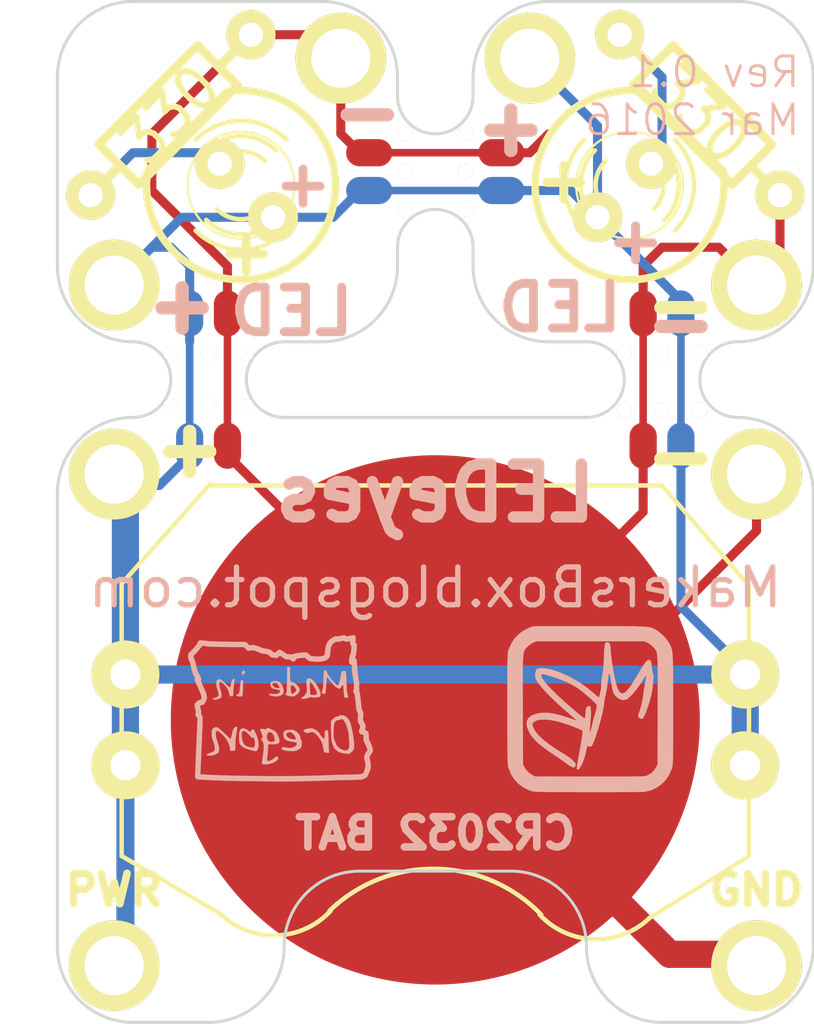
<source format=kicad_pcb>
(kicad_pcb (version 4) (host pcbnew "(2015-08-15 BZR 6092)-product")

  (general
    (links 17)
    (no_connects 0)
    (area 129.489999 107.899999 154.990001 142.290001)
    (thickness 1.6)
    (drawings 66)
    (tracks 79)
    (zones 0)
    (modules 21)
    (nets 5)
  )

  (page USLetter)
  (layers
    (0 F.Cu signal)
    (31 B.Cu signal)
    (32 B.Adhes user)
    (33 F.Adhes user)
    (34 B.Paste user)
    (35 F.Paste user)
    (36 B.SilkS user)
    (37 F.SilkS user)
    (38 B.Mask user)
    (39 F.Mask user)
    (40 Dwgs.User user)
    (41 Cmts.User user)
    (42 Eco1.User user)
    (43 Eco2.User user)
    (44 Edge.Cuts user)
  )

  (setup
    (last_trace_width 0.2032)
    (user_trace_width 0.254)
    (user_trace_width 0.3048)
    (user_trace_width 0.4064)
    (user_trace_width 0.6096)
    (user_trace_width 0.9144)
    (trace_clearance 0.2032)
    (zone_clearance 0.508)
    (zone_45_only no)
    (trace_min 0.2032)
    (segment_width 0.2)
    (edge_width 0.1)
    (via_size 0.889)
    (via_drill 0.635)
    (via_min_size 0.889)
    (via_min_drill 0.508)
    (uvia_size 0.508)
    (uvia_drill 0.127)
    (uvias_allowed no)
    (uvia_min_size 0.508)
    (uvia_min_drill 0.127)
    (pcb_text_width 0.3)
    (pcb_text_size 1.5 1.5)
    (mod_edge_width 0.254)
    (mod_text_size 1 1)
    (mod_text_width 0.15)
    (pad_size 1.651 1.651)
    (pad_drill 0.9652)
    (pad_to_mask_clearance 0)
    (aux_axis_origin 0 0)
    (visible_elements 7FFEFFFF)
    (pcbplotparams
      (layerselection 0x010f0_80000001)
      (usegerberextensions true)
      (excludeedgelayer true)
      (linewidth 0.150000)
      (plotframeref false)
      (viasonmask false)
      (mode 1)
      (useauxorigin false)
      (hpglpennumber 1)
      (hpglpenspeed 20)
      (hpglpendiameter 15)
      (hpglpenoverlay 2)
      (psnegative false)
      (psa4output false)
      (plotreference true)
      (plotvalue true)
      (plotinvisibletext false)
      (padsonsilk false)
      (subtractmaskfromsilk false)
      (outputformat 1)
      (mirror false)
      (drillshape 0)
      (scaleselection 1)
      (outputdirectory gerbers/))
  )

  (net 0 "")
  (net 1 GND)
  (net 2 N-000001)
  (net 3 N-000002)
  (net 4 N-000004)

  (net_class Default "This is the default net class."
    (clearance 0.2032)
    (trace_width 0.2032)
    (via_dia 0.889)
    (via_drill 0.635)
    (uvia_dia 0.508)
    (uvia_drill 0.127)
    (add_net GND)
    (add_net N-000001)
    (add_net N-000002)
    (add_net N-000004)
  )

  (net_class PWR ""
    (clearance 0.6096)
    (trace_width 0.6096)
    (via_dia 0.889)
    (via_drill 0.635)
    (uvia_dia 0.508)
    (uvia_drill 0.127)
  )

  (module R3-LARGE_PADS (layer F.Cu) (tedit 56F20982) (tstamp 546E8071)
    (at 133.35 111.76 225)
    (descr "Resitance 3 pas")
    (tags R)
    (path /5448256B)
    (autoplace_cost180 10)
    (fp_text reference R1 (at 0 0 225) (layer F.SilkS) hide
      (effects (font (size 1.397 1.27) (thickness 0.2032)))
    )
    (fp_text value 330 (at 0 0 225) (layer F.SilkS)
      (effects (font (size 1.397 1.27) (thickness 0.2032)))
    )
    (fp_line (start 2.413 0) (end 3.175 0) (layer F.SilkS) (width 0.3048))
    (fp_line (start -2.286 0) (end -3.175 0) (layer F.SilkS) (width 0.3048))
    (fp_line (start -2.286 -0.889) (end 2.413 -0.889) (layer F.SilkS) (width 0.3048))
    (fp_line (start 2.413 -0.889) (end 2.413 1.016) (layer F.SilkS) (width 0.3048))
    (fp_line (start 2.413 1.016) (end -2.286 1.016) (layer F.SilkS) (width 0.3048))
    (fp_line (start -2.286 1.016) (end -2.286 -0.889) (layer F.SilkS) (width 0.3048))
    (pad 1 thru_hole circle (at -3.81 0 225) (size 1.651 1.651) (drill 0.8128) (layers *.Cu *.Mask F.SilkS)
      (net 1 GND))
    (pad 2 thru_hole circle (at 3.81 0 225) (size 1.651 1.651) (drill 0.8128) (layers *.Cu *.Mask F.SilkS)
      (net 4 N-000004))
    (model discret/resistor.wrl
      (at (xyz 0 0 0))
      (scale (xyz 0.3 0.3 0.3))
      (rotate (xyz 0 0 0))
    )
  )

  (module R3-LARGE_PADS (layer F.Cu) (tedit 56F2090D) (tstamp 546E8846)
    (at 151.13 111.76 135)
    (descr "Resitance 3 pas")
    (tags R)
    (path /546E8111)
    (autoplace_cost180 10)
    (fp_text reference R2 (at 0 0 135) (layer F.SilkS) hide
      (effects (font (size 1.397 1.27) (thickness 0.2032)))
    )
    (fp_text value 330 (at 0 0 135) (layer F.SilkS)
      (effects (font (size 1.397 1.27) (thickness 0.2032)))
    )
    (fp_line (start -2.413 0) (end -3.175 0) (layer F.SilkS) (width 0.3048))
    (fp_line (start 2.286 0) (end 3.048 0) (layer F.SilkS) (width 0.3048))
    (fp_line (start -2.413 -0.889) (end 2.286 -0.889) (layer F.SilkS) (width 0.3048))
    (fp_line (start -2.413 1.016) (end 2.286 1.016) (layer F.SilkS) (width 0.3048))
    (fp_line (start 2.286 -0.889) (end 2.286 1.016) (layer F.SilkS) (width 0.3048))
    (fp_line (start -2.413 1.016) (end -2.413 -0.889) (layer F.SilkS) (width 0.3048))
    (pad 1 thru_hole circle (at -3.81 0 135) (size 1.651 1.651) (drill 0.8128) (layers *.Cu *.Mask F.SilkS)
      (net 1 GND))
    (pad 2 thru_hole circle (at 3.81 0 135) (size 1.651 1.651) (drill 0.8128) (layers *.Cu *.Mask F.SilkS)
      (net 3 N-000002))
    (model discret/resistor.wrl
      (at (xyz 0 0 0))
      (scale (xyz 0.3 0.3 0.3))
      (rotate (xyz 0 0 0))
    )
  )

  (module LED-5MM (layer F.Cu) (tedit 56F207B9) (tstamp 546E8856)
    (at 148.59 114.3 45)
    (descr "LED 5mm - Lead pitch 100mil (2,54mm)")
    (tags "LED led 5mm 5MM 100mil 2,54mm")
    (path /546E810B)
    (fp_text reference D2 (at 0 -3.81 45) (layer F.SilkS) hide
      (effects (font (size 0.762 0.762) (thickness 0.0889)))
    )
    (fp_text value LED (at 0 2.286 45) (layer F.SilkS) hide
      (effects (font (size 0.762 0.762) (thickness 0.0889)))
    )
    (fp_line (start 2.8448 1.905) (end 2.8448 -1.905) (layer F.SilkS) (width 0.2032))
    (fp_circle (center 0.254 0) (end -1.016 1.27) (layer F.SilkS) (width 0.0762))
    (fp_arc (start 0.254 0) (end 2.794 1.905) (angle 286.2) (layer F.SilkS) (width 0.254))
    (fp_arc (start 0.254 0) (end -0.889 0) (angle 90) (layer F.SilkS) (width 0.1524))
    (fp_arc (start 0.254 0) (end 1.397 0) (angle 90) (layer F.SilkS) (width 0.1524))
    (fp_arc (start 0.254 0) (end -1.397 0) (angle 90) (layer F.SilkS) (width 0.1524))
    (fp_arc (start 0.254 0) (end 1.905 0) (angle 90) (layer F.SilkS) (width 0.1524))
    (fp_arc (start 0.254 0) (end -1.905 0) (angle 90) (layer F.SilkS) (width 0.1524))
    (fp_arc (start 0.254 0) (end 2.413 0) (angle 90) (layer F.SilkS) (width 0.1524))
    (pad 1 thru_hole circle (at -1.27 0 45) (size 1.6764 1.6764) (drill 0.8128) (layers *.Cu *.Mask F.SilkS)
      (net 2 N-000001))
    (pad 2 thru_hole circle (at 1.27 0 45) (size 1.6764 1.6764) (drill 0.8128) (layers *.Cu *.Mask F.SilkS)
      (net 3 N-000002))
    (model discret/leds/led5_vertical_verde.wrl
      (at (xyz 0 0 0))
      (scale (xyz 1 1 1))
      (rotate (xyz 0 0 0))
    )
  )

  (module 1pin-Sew-thin (layer F.Cu) (tedit 544BB5C8) (tstamp 546E8091)
    (at 139.065 109.855 270)
    (descr "module 1 pin (ou trou mecanique de percage)")
    (tags DEV)
    (path /54482EA9)
    (fp_text reference L1_C1 (at 0.127 0 360) (layer F.SilkS) hide
      (effects (font (size 0.254 0.254) (thickness 0.0635)))
    )
    (fp_text value " " (at 0 2.54 270) (layer F.SilkS)
      (effects (font (size 1.016 1.016) (thickness 0.254)))
    )
    (pad 1 thru_hole circle (at 0 0 270) (size 3.048 3.048) (drill 1.984375) (layers *.Cu *.Mask F.SilkS)
      (net 1 GND))
  )

  (module 1pin-Sew-thin (layer F.Cu) (tedit 544ADA00) (tstamp 546E808D)
    (at 131.445 117.475 270)
    (descr "module 1 pin (ou trou mecanique de percage)")
    (tags DEV)
    (path /54482EA3)
    (fp_text reference L1_C2 (at 0 -3.048 270) (layer F.SilkS) hide
      (effects (font (size 0.254 0.254) (thickness 0.0635)))
    )
    (fp_text value " " (at 0 2.794 270) (layer F.SilkS)
      (effects (font (size 1.016 1.016) (thickness 0.254)))
    )
    (pad 1 thru_hole circle (at 0 0 270) (size 3.048 3.048) (drill 1.984375) (layers *.Cu *.Mask F.SilkS)
      (net 2 N-000001))
  )

  (module LED-5MM (layer F.Cu) (tedit 546F57AE) (tstamp 546E8419)
    (at 135.89 114.3 135)
    (descr "LED 5mm - Lead pitch 100mil (2,54mm)")
    (tags "LED led 5mm 5MM 100mil 2,54mm")
    (path /54481F7A)
    (fp_text reference D1 (at -0.635 1.905 135) (layer F.SilkS) hide
      (effects (font (size 0.762 0.762) (thickness 0.0889)))
    )
    (fp_text value LED (at 5.08 -2.54 225) (layer F.SilkS) hide
      (effects (font (size 1.016 1.016) (thickness 0.254)))
    )
    (fp_line (start 2.8448 1.905) (end 2.8448 -1.905) (layer F.SilkS) (width 0.2032))
    (fp_circle (center 0.254 0) (end -1.016 1.27) (layer F.SilkS) (width 0.0762))
    (fp_arc (start 0.254 0) (end 2.794 1.905) (angle 286.2) (layer F.SilkS) (width 0.254))
    (fp_arc (start 0.254 0) (end -0.889 0) (angle 90) (layer F.SilkS) (width 0.1524))
    (fp_arc (start 0.254 0) (end 1.397 0) (angle 90) (layer F.SilkS) (width 0.1524))
    (fp_arc (start 0.254 0) (end -1.397 0) (angle 90) (layer F.SilkS) (width 0.1524))
    (fp_arc (start 0.254 0) (end 1.905 0) (angle 90) (layer F.SilkS) (width 0.1524))
    (fp_arc (start 0.254 0) (end -1.905 0) (angle 90) (layer F.SilkS) (width 0.1524))
    (fp_arc (start 0.254 0) (end 2.413 0) (angle 90) (layer F.SilkS) (width 0.1524))
    (pad 1 thru_hole circle (at -1.27 0 135) (size 1.6764 1.6764) (drill 0.8128) (layers *.Cu *.Mask F.SilkS)
      (net 2 N-000001))
    (pad 2 thru_hole circle (at 1.27 0 135) (size 1.6764 1.6764) (drill 0.8128) (layers *.Cu *.Mask F.SilkS)
      (net 4 N-000004))
    (model discret/leds/led5_vertical_verde.wrl
      (at (xyz 0 0 0))
      (scale (xyz 1 1 1))
      (rotate (xyz 0 0 0))
    )
  )

  (module 3hole_mousebite (layer F.Cu) (tedit 544BCA0D) (tstamp 544F0E4D)
    (at 141.605 113.665 90)
    (descr "module 1 pin (ou trou mecanique de percage)")
    (tags DEV)
    (path 1pin)
    (fp_text reference p (at 0 -0.762 90) (layer F.SilkS) hide
      (effects (font (size 0.254 0.254) (thickness 0.0635)))
    )
    (fp_text value P (at 0 -0.254 90) (layer F.SilkS) hide
      (effects (font (size 0.254 0.254) (thickness 0.0635)))
    )
    (pad "" thru_hole circle (at 0 -0.381 90) (size 0.508 0.508) (drill 0.508) (layers *.Cu *.Mask F.SilkS))
    (pad 1 thru_hole circle (at -1.27 -0.381 90) (size 0.508 0.508) (drill 0.508) (layers *.Cu *.Mask F.SilkS))
    (pad 2 thru_hole circle (at 1.27 -0.381 90) (size 0.508 0.508) (drill 0.508) (layers *.Cu *.Mask F.SilkS))
  )

  (module 3hole_mousebite (layer F.Cu) (tedit 544BCA0D) (tstamp 544F0E75)
    (at 134.62 119.38 180)
    (descr "module 1 pin (ou trou mecanique de percage)")
    (tags DEV)
    (path 1pin)
    (fp_text reference p (at 0 -0.762 180) (layer F.SilkS) hide
      (effects (font (size 0.254 0.254) (thickness 0.0635)))
    )
    (fp_text value P (at 0 -0.254 180) (layer F.SilkS) hide
      (effects (font (size 0.254 0.254) (thickness 0.0635)))
    )
    (pad "" thru_hole circle (at 0 -0.381 180) (size 0.508 0.508) (drill 0.508) (layers *.Cu *.Mask F.SilkS))
    (pad 1 thru_hole circle (at -1.27 -0.381 180) (size 0.508 0.508) (drill 0.508) (layers *.Cu *.Mask F.SilkS))
    (pad 2 thru_hole circle (at 1.27 -0.381 180) (size 0.508 0.508) (drill 0.508) (layers *.Cu *.Mask F.SilkS))
  )

  (module 3hole_mousebite (layer F.Cu) (tedit 544BCA0D) (tstamp 544F0E82)
    (at 142.875 113.665 270)
    (descr "module 1 pin (ou trou mecanique de percage)")
    (tags DEV)
    (path 1pin)
    (fp_text reference p (at 0 -0.762 270) (layer F.SilkS) hide
      (effects (font (size 0.254 0.254) (thickness 0.0635)))
    )
    (fp_text value P (at 0 -0.254 270) (layer F.SilkS) hide
      (effects (font (size 0.254 0.254) (thickness 0.0635)))
    )
    (pad "" thru_hole circle (at 0 -0.381 270) (size 0.508 0.508) (drill 0.508) (layers *.Cu *.Mask F.SilkS))
    (pad 1 thru_hole circle (at -1.27 -0.381 270) (size 0.508 0.508) (drill 0.508) (layers *.Cu *.Mask F.SilkS))
    (pad 2 thru_hole circle (at 1.27 -0.381 270) (size 0.508 0.508) (drill 0.508) (layers *.Cu *.Mask F.SilkS))
  )

  (module MadeInOregonRev25 (layer F.Cu) (tedit 0) (tstamp 544BC297)
    (at 137.033 131.699)
    (fp_text reference VAL (at 0 0) (layer F.SilkS) hide
      (effects (font (size 1.143 1.143) (thickness 0.1778)))
    )
    (fp_text value MadeInOregonRev25 (at 0 0) (layer F.SilkS) hide
      (effects (font (size 1.143 1.143) (thickness 0.1778)))
    )
    (fp_poly (pts (xy -3.09626 -1.76022) (xy -3.09626 -1.72212) (xy -3.09372 -1.69672) (xy -3.09118 -1.67386)
      (xy -3.0861 -1.65608) (xy -3.07594 -1.63576) (xy -3.0734 -1.62814) (xy -3.0607 -1.6002)
      (xy -3.05054 -1.5748) (xy -3.04038 -1.54432) (xy -3.03022 -1.50876) (xy -3.02006 -1.46304)
      (xy -3.00736 -1.4097) (xy -3.00228 -1.39192) (xy -2.98704 -1.31826) (xy -2.96926 -1.2573)
      (xy -2.95402 -1.20396) (xy -2.9337 -1.15824) (xy -2.91338 -1.1176) (xy -2.91338 -1.74752)
      (xy -2.91338 -1.76276) (xy -2.91084 -1.77546) (xy -2.90322 -1.78816) (xy -2.89052 -1.8034)
      (xy -2.86766 -1.82118) (xy -2.8575 -1.83134) (xy -2.82956 -1.8542) (xy -2.80416 -1.8796)
      (xy -2.78638 -1.90246) (xy -2.77876 -1.91008) (xy -2.76606 -1.92786) (xy -2.74574 -1.95326)
      (xy -2.72034 -1.98374) (xy -2.69494 -2.01422) (xy -2.6924 -2.01676) (xy -2.66954 -2.0447)
      (xy -2.64922 -2.0701) (xy -2.63652 -2.08788) (xy -2.6289 -2.09804) (xy -2.6289 -2.10058)
      (xy -2.62382 -2.10566) (xy -2.60604 -2.10566) (xy -2.58064 -2.10566) (xy -2.55016 -2.10058)
      (xy -2.51968 -2.0955) (xy -2.50952 -2.09296) (xy -2.49682 -2.09042) (xy -2.48412 -2.08534)
      (xy -2.46888 -2.08534) (xy -2.4511 -2.0828) (xy -2.4257 -2.08026) (xy -2.39268 -2.07772)
      (xy -2.35458 -2.07772) (xy -2.30632 -2.07518) (xy -2.2479 -2.07518) (xy -2.17678 -2.07264)
      (xy -2.09296 -2.0701) (xy -2.03962 -2.0701) (xy -1.95326 -2.06756) (xy -1.8669 -2.06756)
      (xy -1.78054 -2.06502) (xy -1.69672 -2.06502) (xy -1.61798 -2.06248) (xy -1.54686 -2.06248)
      (xy -1.48336 -2.06248) (xy -1.4351 -2.06248) (xy -1.4224 -2.06248) (xy -1.22936 -2.06248)
      (xy -1.1684 -2.00152) (xy -1.10744 -1.9431) (xy -1.0668 -1.9431) (xy -1.03886 -1.9431)
      (xy -1.0033 -1.94564) (xy -0.97536 -1.95072) (xy -0.94234 -1.95326) (xy -0.91186 -1.95072)
      (xy -0.87884 -1.94564) (xy -0.8382 -1.93548) (xy -0.79248 -1.9177) (xy -0.7366 -1.89484)
      (xy -0.72136 -1.88976) (xy -0.67818 -1.86944) (xy -0.64516 -1.85674) (xy -0.61722 -1.84912)
      (xy -0.59182 -1.84404) (xy -0.56388 -1.83896) (xy -0.5461 -1.83642) (xy -0.50038 -1.83134)
      (xy -0.46482 -1.82626) (xy -0.43688 -1.81864) (xy -0.41656 -1.80848) (xy -0.39624 -1.79578)
      (xy -0.37592 -1.77546) (xy -0.37338 -1.77292) (xy -0.35052 -1.7526) (xy -0.32512 -1.73482)
      (xy -0.30734 -1.72212) (xy -0.30734 -1.72212) (xy -0.28702 -1.71704) (xy -0.25654 -1.71196)
      (xy -0.22098 -1.70434) (xy -0.18288 -1.7018) (xy -0.14986 -1.69672) (xy -0.12446 -1.69672)
      (xy -0.10922 -1.69926) (xy -0.09652 -1.70688) (xy -0.07366 -1.71958) (xy -0.05334 -1.73736)
      (xy -0.03048 -1.75768) (xy -0.01524 -1.7653) (xy -0.00508 -1.76784) (xy 0 -1.7653)
      (xy 0.01016 -1.75768) (xy 0.03048 -1.74498) (xy 0.05842 -1.7272) (xy 0.0889 -1.70688)
      (xy 0.09652 -1.7018) (xy 0.18288 -1.64846) (xy 0.25908 -1.64592) (xy 0.29464 -1.64338)
      (xy 0.3175 -1.64084) (xy 0.3302 -1.6383) (xy 0.34036 -1.63322) (xy 0.34544 -1.6256)
      (xy 0.34798 -1.62052) (xy 0.3683 -1.59766) (xy 0.39624 -1.58242) (xy 0.42672 -1.5748)
      (xy 0.4318 -1.5748) (xy 0.45974 -1.58242) (xy 0.48768 -1.6002) (xy 0.51562 -1.63068)
      (xy 0.52578 -1.64338) (xy 0.53848 -1.65608) (xy 0.5461 -1.66624) (xy 0.55626 -1.67386)
      (xy 0.56896 -1.68148) (xy 0.58928 -1.68402) (xy 0.61468 -1.6891) (xy 0.65278 -1.69418)
      (xy 0.70104 -1.69672) (xy 0.71628 -1.69926) (xy 0.8255 -1.70942) (xy 0.85598 -1.68148)
      (xy 0.89154 -1.64846) (xy 0.9271 -1.62306) (xy 0.95758 -1.60274) (xy 0.96774 -1.59766)
      (xy 0.9906 -1.59258) (xy 1.02362 -1.5875) (xy 1.0668 -1.58242) (xy 1.11252 -1.57734)
      (xy 1.16332 -1.57226) (xy 1.21158 -1.56972) (xy 1.2573 -1.56972) (xy 1.25984 -1.56972)
      (xy 1.3081 -1.56972) (xy 1.35128 -1.5748) (xy 1.39446 -1.57988) (xy 1.44272 -1.59004)
      (xy 1.48844 -1.6002) (xy 1.52146 -1.61036) (xy 1.54686 -1.62306) (xy 1.56972 -1.63576)
      (xy 1.59258 -1.65608) (xy 1.61798 -1.68148) (xy 1.63576 -1.7018) (xy 1.651 -1.72212)
      (xy 1.65862 -1.74498) (xy 1.66624 -1.77292) (xy 1.67386 -1.80848) (xy 1.6764 -1.85166)
      (xy 1.68148 -1.90246) (xy 1.6891 -1.9812) (xy 1.7018 -2.04978) (xy 1.72212 -2.10566)
      (xy 1.74752 -2.15138) (xy 1.75006 -2.15646) (xy 1.77546 -2.18186) (xy 1.81356 -2.2098)
      (xy 1.82626 -2.21742) (xy 1.8542 -2.23012) (xy 1.87706 -2.24028) (xy 1.89484 -2.24282)
      (xy 1.9177 -2.24282) (xy 1.92024 -2.24282) (xy 1.95834 -2.24282) (xy 2.00152 -2.25044)
      (xy 2.032 -2.25806) (xy 2.0701 -2.27076) (xy 2.09804 -2.27584) (xy 2.11582 -2.27838)
      (xy 2.13106 -2.2733) (xy 2.1463 -2.26822) (xy 2.15392 -2.26314) (xy 2.1844 -2.2479)
      (xy 2.22758 -2.24282) (xy 2.27584 -2.2479) (xy 2.29108 -2.25298) (xy 2.31394 -2.25806)
      (xy 2.33426 -2.26314) (xy 2.34188 -2.26314) (xy 2.34188 -2.25806) (xy 2.34442 -2.23774)
      (xy 2.34442 -2.21488) (xy 2.34442 -2.21234) (xy 2.34442 -2.1844) (xy 2.34696 -2.16408)
      (xy 2.35204 -2.1463) (xy 2.36474 -2.12852) (xy 2.3876 -2.0955) (xy 2.37998 -1.97612)
      (xy 2.37744 -1.9304) (xy 2.37236 -1.89738) (xy 2.36982 -1.87198) (xy 2.36474 -1.8542)
      (xy 2.35966 -1.83896) (xy 2.35204 -1.82372) (xy 2.34696 -1.8161) (xy 2.33172 -1.78562)
      (xy 2.3241 -1.75768) (xy 2.3241 -1.73736) (xy 2.32156 -1.70942) (xy 2.31902 -1.68656)
      (xy 2.31648 -1.67894) (xy 2.31394 -1.66116) (xy 2.30886 -1.63576) (xy 2.30886 -1.60274)
      (xy 2.30886 -1.59004) (xy 2.30886 -1.55702) (xy 2.30886 -1.5367) (xy 2.31394 -1.52146)
      (xy 2.32156 -1.5113) (xy 2.33172 -1.4986) (xy 2.33426 -1.49606) (xy 2.35458 -1.48082)
      (xy 2.3749 -1.4732) (xy 2.37744 -1.47066) (xy 2.3876 -1.47066) (xy 2.39268 -1.46558)
      (xy 2.39776 -1.45034) (xy 2.4003 -1.42494) (xy 2.40284 -1.39192) (xy 2.40538 -1.35382)
      (xy 2.40538 -1.33096) (xy 2.40792 -1.28778) (xy 2.413 -1.2319) (xy 2.42062 -1.16078)
      (xy 2.43332 -1.07442) (xy 2.4511 -0.97536) (xy 2.4511 -0.96774) (xy 2.45872 -0.92456)
      (xy 2.4638 -0.88392) (xy 2.46888 -0.85344) (xy 2.47142 -0.83058) (xy 2.47396 -0.82296)
      (xy 2.47396 -0.81026) (xy 2.47142 -0.7874) (xy 2.47142 -0.75692) (xy 2.46888 -0.72644)
      (xy 2.46888 -0.69342) (xy 2.46634 -0.66294) (xy 2.4638 -0.64262) (xy 2.46126 -0.635)
      (xy 2.4511 -0.6096) (xy 2.44856 -0.57912) (xy 2.4511 -0.54864) (xy 2.46126 -0.52324)
      (xy 2.4765 -0.51054) (xy 2.48412 -0.49784) (xy 2.49174 -0.47244) (xy 2.5019 -0.4318)
      (xy 2.50952 -0.37592) (xy 2.51968 -0.30734) (xy 2.5273 -0.2286) (xy 2.53238 -0.16764)
      (xy 2.53746 -0.1143) (xy 2.54254 -0.0635) (xy 2.54762 -0.02032) (xy 2.5527 0.01524)
      (xy 2.55524 0.04064) (xy 2.55778 0.05334) (xy 2.56794 0.07366) (xy 2.5781 0.1016)
      (xy 2.58826 0.127) (xy 2.59588 0.14732) (xy 2.6035 0.16256) (xy 2.60604 0.18034)
      (xy 2.60858 0.20066) (xy 2.60858 0.22606) (xy 2.60604 0.25908) (xy 2.6035 0.3048)
      (xy 2.6035 0.32512) (xy 2.60096 0.37084) (xy 2.60096 0.4064) (xy 2.60604 0.43434)
      (xy 2.61366 0.45974) (xy 2.62636 0.48768) (xy 2.64668 0.5207) (xy 2.66446 0.5588)
      (xy 2.67462 0.58674) (xy 2.6797 0.61468) (xy 2.67462 0.64262) (xy 2.66446 0.68072)
      (xy 2.65938 0.69088) (xy 2.64668 0.72898) (xy 2.63906 0.75946) (xy 2.63906 0.77978)
      (xy 2.6416 0.79756) (xy 2.64922 0.8128) (xy 2.64922 0.81534) (xy 2.66446 0.83058)
      (xy 2.68986 0.84836) (xy 2.72034 0.86614) (xy 2.75336 0.87884) (xy 2.77368 0.88646)
      (xy 2.794 0.89154) (xy 2.794 0.98044) (xy 2.794 1.07188) (xy 2.82448 1.13538)
      (xy 2.8575 1.20396) (xy 2.8829 1.26238) (xy 2.90322 1.31064) (xy 2.91592 1.3462)
      (xy 2.921 1.36652) (xy 2.92354 1.3843) (xy 2.92354 1.39954) (xy 2.91592 1.41478)
      (xy 2.90068 1.4351) (xy 2.90068 1.43764) (xy 2.87274 1.47828) (xy 2.84988 1.51638)
      (xy 2.8321 1.5621) (xy 2.82448 1.59004) (xy 2.80924 1.64338) (xy 2.8321 1.74244)
      (xy 2.84734 1.80848) (xy 2.85496 1.86182) (xy 2.86004 1.90754) (xy 2.86004 1.94818)
      (xy 2.85242 1.98628) (xy 2.84226 2.02438) (xy 2.84226 2.02438) (xy 2.82702 2.06756)
      (xy 2.81432 2.10566) (xy 2.79908 2.13868) (xy 2.78892 2.16154) (xy 2.77876 2.1717)
      (xy 2.77876 2.17424) (xy 2.7686 2.17678) (xy 2.74828 2.1844) (xy 2.74066 2.18948)
      (xy 2.7178 2.1971) (xy 2.68224 2.20472) (xy 2.63398 2.2098) (xy 2.57302 2.21234)
      (xy 2.49682 2.21488) (xy 2.40792 2.21742) (xy 2.30632 2.21742) (xy 2.29616 2.21742)
      (xy 2.24028 2.21996) (xy 2.17424 2.21996) (xy 2.10058 2.2225) (xy 2.02184 2.2225)
      (xy 1.9431 2.22504) (xy 1.86944 2.23012) (xy 1.84912 2.23012) (xy 1.6129 2.23774)
      (xy 1.38684 2.2479) (xy 1.16332 2.25298) (xy 0.9398 2.25806) (xy 0.71882 2.26314)
      (xy 0.4953 2.26568) (xy 0.26924 2.26822) (xy 0.03556 2.26822) (xy -0.2032 2.26822)
      (xy -0.45466 2.26822) (xy -0.71628 2.26568) (xy -0.84836 2.26314) (xy -1.03378 2.2606)
      (xy -1.20396 2.25806) (xy -1.36144 2.25552) (xy -1.50622 2.25298) (xy -1.64084 2.25044)
      (xy -1.7653 2.2479) (xy -1.88214 2.24536) (xy -1.98882 2.24282) (xy -2.08788 2.23774)
      (xy -2.17932 2.2352) (xy -2.26822 2.23266) (xy -2.35204 2.22758) (xy -2.39776 2.22504)
      (xy -2.46126 2.2225) (xy -2.51968 2.21742) (xy -2.57302 2.21488) (xy -2.61874 2.21234)
      (xy -2.65176 2.2098) (xy -2.67462 2.2098) (xy -2.68732 2.2098) (xy -2.68732 2.2098)
      (xy -2.68732 2.20218) (xy -2.68478 2.17932) (xy -2.68478 2.1463) (xy -2.68224 2.09804)
      (xy -2.6797 2.03962) (xy -2.67716 1.97104) (xy -2.67208 1.8923) (xy -2.66954 1.80594)
      (xy -2.66446 1.70942) (xy -2.65938 1.60782) (xy -2.65684 1.50114) (xy -2.65176 1.38684)
      (xy -2.64414 1.27) (xy -2.64414 1.25476) (xy -2.63906 1.11506) (xy -2.63398 0.98806)
      (xy -2.6289 0.87376) (xy -2.62382 0.77216) (xy -2.61874 0.68326) (xy -2.6162 0.60452)
      (xy -2.61366 0.53848) (xy -2.61112 0.47752) (xy -2.61112 0.42926) (xy -2.61112 0.38608)
      (xy -2.61112 0.35306) (xy -2.61112 0.32258) (xy -2.61112 0.29972) (xy -2.61366 0.28194)
      (xy -2.6162 0.2667) (xy -2.61874 0.25654) (xy -2.62128 0.24638) (xy -2.62636 0.23876)
      (xy -2.63144 0.23368) (xy -2.63652 0.22606) (xy -2.6416 0.21844) (xy -2.6543 0.2032)
      (xy -2.66192 0.18796) (xy -2.66446 0.17272) (xy -2.66192 0.14732) (xy -2.66192 0.13716)
      (xy -2.66192 0.1016) (xy -2.66446 0.06858) (xy -2.67462 0.02794) (xy -2.67462 0.0254)
      (xy -2.68732 -0.01778) (xy -2.69494 -0.04826) (xy -2.69748 -0.07112) (xy -2.69748 -0.08382)
      (xy -2.69494 -0.09398) (xy -2.68732 -0.09906) (xy -2.68732 -0.1016) (xy -2.66954 -0.10668)
      (xy -2.64668 -0.1143) (xy -2.63652 -0.1143) (xy -2.60858 -0.12192) (xy -2.58572 -0.13208)
      (xy -2.5654 -0.14732) (xy -2.54762 -0.17018) (xy -2.52476 -0.20574) (xy -2.50698 -0.2413)
      (xy -2.4638 -0.3302) (xy -2.47142 -0.40894) (xy -2.4765 -0.43942) (xy -2.48158 -0.46736)
      (xy -2.4892 -0.49276) (xy -2.49682 -0.5207) (xy -2.50952 -0.55626) (xy -2.52984 -0.59944)
      (xy -2.53492 -0.61214) (xy -2.55524 -0.66294) (xy -2.5781 -0.71374) (xy -2.60096 -0.76708)
      (xy -2.62128 -0.8128) (xy -2.63144 -0.83058) (xy -2.64668 -0.86868) (xy -2.65938 -0.89662)
      (xy -2.667 -0.91694) (xy -2.66954 -0.92964) (xy -2.667 -0.9398) (xy -2.667 -0.94996)
      (xy -2.65938 -0.97536) (xy -2.65938 -1.00584) (xy -2.66954 -1.03886) (xy -2.68732 -1.0795)
      (xy -2.71272 -1.12776) (xy -2.71526 -1.1303) (xy -2.73812 -1.17094) (xy -2.75844 -1.2065)
      (xy -2.77368 -1.23698) (xy -2.78384 -1.26746) (xy -2.79654 -1.30048) (xy -2.8067 -1.34112)
      (xy -2.81686 -1.38684) (xy -2.82702 -1.43256) (xy -2.84226 -1.49606) (xy -2.85496 -1.54686)
      (xy -2.86512 -1.5875) (xy -2.87528 -1.62052) (xy -2.88544 -1.64846) (xy -2.89306 -1.67132)
      (xy -2.90068 -1.68148) (xy -2.9083 -1.70942) (xy -2.91338 -1.7399) (xy -2.91338 -1.74752)
      (xy -2.91338 -1.1176) (xy -2.91084 -1.11506) (xy -2.90576 -1.09982) (xy -2.88798 -1.07188)
      (xy -2.87782 -1.04902) (xy -2.87274 -1.03632) (xy -2.87274 -1.02616) (xy -2.87782 -1.016)
      (xy -2.88036 -0.99822) (xy -2.8829 -0.98044) (xy -2.87782 -0.95758) (xy -2.8702 -0.92964)
      (xy -2.85496 -0.89408) (xy -2.83464 -0.84582) (xy -2.8194 -0.81534) (xy -2.78384 -0.73406)
      (xy -2.74828 -0.65786) (xy -2.72034 -0.58928) (xy -2.69494 -0.52832) (xy -2.67462 -0.47752)
      (xy -2.66192 -0.43688) (xy -2.6543 -0.40894) (xy -2.6543 -0.4064) (xy -2.64922 -0.37846)
      (xy -2.65176 -0.36068) (xy -2.65684 -0.34036) (xy -2.66446 -0.32766) (xy -2.67462 -0.30734)
      (xy -2.68732 -0.29464) (xy -2.70256 -0.28702) (xy -2.72542 -0.28194) (xy -2.73812 -0.2794)
      (xy -2.75336 -0.27686) (xy -2.77114 -0.2667) (xy -2.78892 -0.25146) (xy -2.81686 -0.22606)
      (xy -2.82448 -0.2159) (xy -2.84988 -0.1905) (xy -2.86766 -0.17272) (xy -2.87782 -0.16002)
      (xy -2.8829 -0.14732) (xy -2.8829 -0.13208) (xy -2.8829 -0.12192) (xy -2.88036 -0.06858)
      (xy -2.86766 -0.00762) (xy -2.85242 0.05588) (xy -2.8448 0.08382) (xy -2.84226 0.10668)
      (xy -2.84226 0.12954) (xy -2.8448 0.16002) (xy -2.84734 0.1651) (xy -2.84988 0.19812)
      (xy -2.84988 0.22606) (xy -2.84226 0.24892) (xy -2.82448 0.27686) (xy -2.8067 0.29972)
      (xy -2.78384 0.32766) (xy -2.82702 1.3081) (xy -2.8321 1.42748) (xy -2.83718 1.54432)
      (xy -2.84226 1.65608) (xy -2.84734 1.76276) (xy -2.84988 1.86182) (xy -2.85496 1.95326)
      (xy -2.8575 2.03708) (xy -2.86004 2.11074) (xy -2.86258 2.17424) (xy -2.86512 2.22758)
      (xy -2.86512 2.26822) (xy -2.86512 2.29616) (xy -2.86512 2.3114) (xy -2.86512 2.3114)
      (xy -2.85496 2.3368) (xy -2.83464 2.35966) (xy -2.81178 2.3749) (xy -2.8067 2.37744)
      (xy -2.794 2.37998) (xy -2.76606 2.38252) (xy -2.72796 2.38506) (xy -2.6797 2.39014)
      (xy -2.62128 2.39268) (xy -2.55778 2.39776) (xy -2.48412 2.4003) (xy -2.40792 2.40538)
      (xy -2.32664 2.40792) (xy -2.24536 2.413) (xy -2.16154 2.41554) (xy -2.08026 2.41808)
      (xy -1.99898 2.42062) (xy -1.92278 2.42316) (xy -1.85166 2.4257) (xy -1.80848 2.42824)
      (xy -1.74752 2.42824) (xy -1.67386 2.43078) (xy -1.59004 2.43078) (xy -1.4986 2.43332)
      (xy -1.397 2.43586) (xy -1.29032 2.43586) (xy -1.1811 2.4384) (xy -1.0668 2.4384)
      (xy -0.95504 2.44094) (xy -0.84582 2.44348) (xy -0.80264 2.44348) (xy -0.70104 2.44348)
      (xy -0.59944 2.44602) (xy -0.50038 2.44602) (xy -0.40386 2.44856) (xy -0.31496 2.44856)
      (xy -0.23114 2.44856) (xy -0.15748 2.4511) (xy -0.09398 2.4511) (xy -0.04064 2.4511)
      (xy 0 2.4511) (xy 0.02286 2.4511) (xy 0.05842 2.4511) (xy 0.10922 2.4511)
      (xy 0.17018 2.4511) (xy 0.2413 2.4511) (xy 0.3175 2.4511) (xy 0.39878 2.44856)
      (xy 0.4826 2.44856) (xy 0.56642 2.44602) (xy 0.60198 2.44602) (xy 0.75692 2.44348)
      (xy 0.90678 2.4384) (xy 1.0541 2.43586) (xy 1.1938 2.43078) (xy 1.32588 2.42824)
      (xy 1.45034 2.42316) (xy 1.56464 2.42062) (xy 1.66624 2.41808) (xy 1.7526 2.413)
      (xy 1.77038 2.413) (xy 1.82626 2.41046) (xy 1.8923 2.40792) (xy 1.96342 2.40792)
      (xy 2.03454 2.40538) (xy 2.10312 2.40538) (xy 2.12852 2.40538) (xy 2.19456 2.40538)
      (xy 2.26822 2.40284) (xy 2.3495 2.40284) (xy 2.42824 2.39776) (xy 2.50444 2.39522)
      (xy 2.54254 2.39522) (xy 2.75844 2.38252) (xy 2.82956 2.3495) (xy 2.86258 2.33172)
      (xy 2.88798 2.31902) (xy 2.90576 2.30632) (xy 2.91084 2.30124) (xy 2.92608 2.28092)
      (xy 2.94132 2.25044) (xy 2.96164 2.2098) (xy 2.97942 2.16662) (xy 2.9972 2.12344)
      (xy 3.01244 2.08534) (xy 3.02514 2.0447) (xy 3.03276 2.01168) (xy 3.03784 1.98628)
      (xy 3.04038 1.9558) (xy 3.04038 1.93548) (xy 3.0353 1.86182) (xy 3.0226 1.778)
      (xy 3.00736 1.70434) (xy 2.99974 1.66878) (xy 2.99974 1.64084) (xy 3.00736 1.61036)
      (xy 3.0226 1.57734) (xy 3.04546 1.53924) (xy 3.0607 1.52146) (xy 3.08356 1.4859)
      (xy 3.0988 1.4605) (xy 3.10642 1.4351) (xy 3.10896 1.4097) (xy 3.10642 1.37668)
      (xy 3.0988 1.33858) (xy 3.09118 1.3081) (xy 3.07848 1.26746) (xy 3.0607 1.22174)
      (xy 3.04038 1.1684) (xy 3.01498 1.1176) (xy 2.99466 1.07442) (xy 2.98704 1.05664)
      (xy 2.97942 1.0414) (xy 2.97688 1.02362) (xy 2.97434 1.0033) (xy 2.97434 0.97282)
      (xy 2.97434 0.93218) (xy 2.97434 0.9271) (xy 2.9718 0.87884) (xy 2.96926 0.8382)
      (xy 2.96418 0.81026) (xy 2.95148 0.7874) (xy 2.9337 0.76708) (xy 2.90576 0.7493)
      (xy 2.86766 0.72898) (xy 2.84734 0.71882) (xy 2.84734 0.7112) (xy 2.84988 0.69342)
      (xy 2.85496 0.66802) (xy 2.8575 0.6604) (xy 2.86258 0.61468) (xy 2.86258 0.5842)
      (xy 2.86258 0.57658) (xy 2.84988 0.5334) (xy 2.82956 0.48768) (xy 2.8067 0.44196)
      (xy 2.79908 0.42926) (xy 2.79146 0.41656) (xy 2.78638 0.40386) (xy 2.7813 0.38862)
      (xy 2.7813 0.37084) (xy 2.7813 0.34798) (xy 2.7813 0.3175) (xy 2.78638 0.27432)
      (xy 2.79146 0.22098) (xy 2.79146 0.21844) (xy 2.79146 0.19304) (xy 2.79146 0.16764)
      (xy 2.78384 0.1397) (xy 2.77622 0.11176) (xy 2.76352 0.07874) (xy 2.75336 0.04826)
      (xy 2.7432 0.0254) (xy 2.74066 0.02032) (xy 2.73558 0.00762) (xy 2.7305 -0.0127)
      (xy 2.72796 -0.04064) (xy 2.72288 -0.07874) (xy 2.7178 -0.12954) (xy 2.71272 -0.1905)
      (xy 2.7051 -0.25908) (xy 2.69748 -0.32512) (xy 2.68986 -0.38862) (xy 2.6797 -0.44958)
      (xy 2.67208 -0.50292) (xy 2.66446 -0.5461) (xy 2.6543 -0.57658) (xy 2.65176 -0.58674)
      (xy 2.65176 -0.60452) (xy 2.6543 -0.6223) (xy 2.65684 -0.6477) (xy 2.65176 -0.68326)
      (xy 2.65176 -0.68326) (xy 2.64668 -0.71628) (xy 2.64922 -0.75184) (xy 2.65176 -0.76962)
      (xy 2.6543 -0.79248) (xy 2.65684 -0.8128) (xy 2.6543 -0.83566) (xy 2.65176 -0.8636)
      (xy 2.64414 -0.90424) (xy 2.6416 -0.91948) (xy 2.62382 -1.01346) (xy 2.61112 -1.09982)
      (xy 2.60096 -1.1811) (xy 2.59334 -1.26238) (xy 2.58572 -1.35128) (xy 2.58064 -1.42748)
      (xy 2.5781 -1.49352) (xy 2.57302 -1.54432) (xy 2.57048 -1.58496) (xy 2.5654 -1.61544)
      (xy 2.56286 -1.6383) (xy 2.55524 -1.65608) (xy 2.54762 -1.66878) (xy 2.53746 -1.6764)
      (xy 2.52984 -1.68402) (xy 2.51714 -1.69418) (xy 2.51206 -1.70688) (xy 2.5146 -1.72466)
      (xy 2.52222 -1.75006) (xy 2.53238 -1.77546) (xy 2.53238 -1.77546) (xy 2.54 -1.78816)
      (xy 2.54254 -1.79832) (xy 2.54762 -1.81102) (xy 2.55016 -1.8288) (xy 2.5527 -1.85166)
      (xy 2.55524 -1.88214) (xy 2.55778 -1.92532) (xy 2.56286 -1.97866) (xy 2.56286 -2.0066)
      (xy 2.57302 -2.159) (xy 2.54762 -2.18948) (xy 2.52222 -2.21996) (xy 2.52984 -2.29616)
      (xy 2.53238 -2.34442) (xy 2.53238 -2.37998) (xy 2.52984 -2.40538) (xy 2.51968 -2.4257)
      (xy 2.50698 -2.44094) (xy 2.50444 -2.44348) (xy 2.4892 -2.45618) (xy 2.47142 -2.46126)
      (xy 2.44856 -2.4638) (xy 2.42062 -2.4638) (xy 2.38252 -2.45618) (xy 2.33172 -2.44602)
      (xy 2.32664 -2.44348) (xy 2.2352 -2.42316) (xy 2.19964 -2.44348) (xy 2.17424 -2.45618)
      (xy 2.15138 -2.4638) (xy 2.12344 -2.4638) (xy 2.09296 -2.45872) (xy 2.04978 -2.4511)
      (xy 2.0193 -2.44348) (xy 1.98374 -2.43332) (xy 1.9558 -2.4257) (xy 1.93802 -2.42316)
      (xy 1.92024 -2.4257) (xy 1.90754 -2.42824) (xy 1.88722 -2.43078) (xy 1.86944 -2.43078)
      (xy 1.84912 -2.42824) (xy 1.82372 -2.41808) (xy 1.79324 -2.40284) (xy 1.76022 -2.38506)
      (xy 1.71958 -2.3622) (xy 1.6891 -2.34442) (xy 1.66624 -2.32664) (xy 1.64846 -2.3114)
      (xy 1.63068 -2.29362) (xy 1.6129 -2.27076) (xy 1.59258 -2.2479) (xy 1.57734 -2.22504)
      (xy 1.56718 -2.20472) (xy 1.55702 -2.17932) (xy 1.54432 -2.1463) (xy 1.53162 -2.10312)
      (xy 1.52908 -2.09296) (xy 1.51638 -2.0447) (xy 1.50876 -2.00406) (xy 1.50368 -1.96596)
      (xy 1.4986 -1.92278) (xy 1.4986 -1.90754) (xy 1.49606 -1.86182) (xy 1.49352 -1.8288)
      (xy 1.4859 -1.80594) (xy 1.4732 -1.7907) (xy 1.45288 -1.778) (xy 1.4224 -1.77038)
      (xy 1.39446 -1.76276) (xy 1.3335 -1.7526) (xy 1.26238 -1.74752) (xy 1.18364 -1.75006)
      (xy 1.10998 -1.75768) (xy 1.03124 -1.7653) (xy 0.9652 -1.82372) (xy 0.9398 -1.84912)
      (xy 0.9144 -1.8669) (xy 0.89408 -1.88214) (xy 0.88392 -1.88722) (xy 0.86868 -1.88722)
      (xy 0.84328 -1.88722) (xy 0.80518 -1.88722) (xy 0.762 -1.88214) (xy 0.7112 -1.8796)
      (xy 0.6604 -1.87452) (xy 0.6096 -1.86944) (xy 0.56642 -1.86436) (xy 0.52324 -1.85674)
      (xy 0.49276 -1.85166) (xy 0.47244 -1.8415) (xy 0.45974 -1.83642) (xy 0.44958 -1.8288)
      (xy 0.43942 -1.82372) (xy 0.42418 -1.82118) (xy 0.40386 -1.82118) (xy 0.37592 -1.82118)
      (xy 0.33782 -1.82118) (xy 0.23622 -1.82372) (xy 0.13208 -1.8923) (xy 0.09398 -1.9177)
      (xy 0.06096 -1.93802) (xy 0.03302 -1.9558) (xy 0.0127 -1.96596) (xy 0.00508 -1.97104)
      (xy -0.02286 -1.97866) (xy -0.04826 -1.97358) (xy -0.07874 -1.95834) (xy -0.1143 -1.92786)
      (xy -0.11684 -1.92532) (xy -0.1397 -1.905) (xy -0.15748 -1.8923) (xy -0.17272 -1.88468)
      (xy -0.18796 -1.88214) (xy -0.19304 -1.88214) (xy -0.21082 -1.88468) (xy -0.22352 -1.88722)
      (xy -0.2413 -1.89992) (xy -0.26162 -1.9177) (xy -0.27178 -1.92786) (xy -0.30226 -1.95326)
      (xy -0.33528 -1.97358) (xy -0.37338 -1.98882) (xy -0.41656 -1.99898) (xy -0.47244 -2.00914)
      (xy -0.50038 -2.01168) (xy -0.53848 -2.01676) (xy -0.56896 -2.02438) (xy -0.59944 -2.03454)
      (xy -0.635 -2.04724) (xy -0.66548 -2.05994) (xy -0.70866 -2.07772) (xy -0.75692 -2.0955)
      (xy -0.80264 -2.11074) (xy -0.83058 -2.11836) (xy -0.86868 -2.12598) (xy -0.89662 -2.1336)
      (xy -0.91948 -2.1336) (xy -0.94234 -2.1336) (xy -0.97282 -2.13106) (xy -1.03378 -2.12344)
      (xy -1.0922 -2.17678) (xy -1.12776 -2.2098) (xy -1.1557 -2.23012) (xy -1.17348 -2.2352)
      (xy -1.18618 -2.23774) (xy -1.21412 -2.23774) (xy -1.24968 -2.24028) (xy -1.2954 -2.24028)
      (xy -1.3462 -2.24028) (xy -1.40208 -2.24028) (xy -1.40462 -2.24028) (xy -1.48844 -2.24028)
      (xy -1.57734 -2.24282) (xy -1.66878 -2.24282) (xy -1.76022 -2.24282) (xy -1.85166 -2.24536)
      (xy -1.94056 -2.2479) (xy -2.02438 -2.2479) (xy -2.10566 -2.25044) (xy -2.18186 -2.25298)
      (xy -2.25044 -2.25552) (xy -2.30886 -2.25806) (xy -2.35966 -2.2606) (xy -2.39776 -2.26314)
      (xy -2.42316 -2.26568) (xy -2.43586 -2.26822) (xy -2.45364 -2.27076) (xy -2.48666 -2.27584)
      (xy -2.52476 -2.28092) (xy -2.5654 -2.28346) (xy -2.58572 -2.286) (xy -2.63144 -2.28854)
      (xy -2.66446 -2.29108) (xy -2.68732 -2.29108) (xy -2.7051 -2.29108) (xy -2.7178 -2.28854)
      (xy -2.72796 -2.28346) (xy -2.7305 -2.28092) (xy -2.7559 -2.2606) (xy -2.77876 -2.22758)
      (xy -2.78892 -2.19202) (xy -2.79654 -2.17678) (xy -2.81178 -2.15392) (xy -2.8321 -2.13106)
      (xy -2.83718 -2.12344) (xy -2.86258 -2.09296) (xy -2.88544 -2.06502) (xy -2.90576 -2.04216)
      (xy -2.9083 -2.03708) (xy -2.92354 -2.0193) (xy -2.94894 -1.9939) (xy -2.97688 -1.96596)
      (xy -3.00482 -1.93802) (xy -3.03276 -1.91262) (xy -3.05816 -1.88976) (xy -3.07594 -1.87198)
      (xy -3.0861 -1.85928) (xy -3.0861 -1.85928) (xy -3.09118 -1.8415) (xy -3.09626 -1.81102)
      (xy -3.09626 -1.77038) (xy -3.09626 -1.76022) (xy -3.09626 -1.76022)) (layer B.SilkS) (width 0.00254))
    (fp_poly (pts (xy -0.67056 0.70358) (xy -0.67056 0.72136) (xy -0.66802 0.72644) (xy -0.66548 0.74676)
      (xy -0.65532 0.7747) (xy -0.64262 0.80772) (xy -0.63246 0.83312) (xy -0.61468 0.8763)
      (xy -0.60198 0.90932) (xy -0.59436 0.93218) (xy -0.59182 0.94996) (xy -0.5969 0.9652)
      (xy -0.60198 0.9779) (xy -0.61722 0.99568) (xy -0.63246 1.01092) (xy -0.64516 1.02362)
      (xy -0.6477 1.03632) (xy -0.64262 1.05156) (xy -0.62484 1.07188) (xy -0.6223 1.07696)
      (xy -0.59944 1.10236) (xy -0.5842 1.12522) (xy -0.57404 1.14554) (xy -0.56896 1.17348)
      (xy -0.56388 1.2065) (xy -0.56134 1.24968) (xy -0.56134 1.26238) (xy -0.56134 1.31572)
      (xy -0.56134 1.36652) (xy -0.56642 1.41986) (xy -0.5715 1.47828) (xy -0.58166 1.54686)
      (xy -0.59182 1.62306) (xy -0.59944 1.66116) (xy -0.60706 1.71704) (xy -0.61468 1.76022)
      (xy -0.61722 1.79324) (xy -0.61976 1.8161) (xy -0.61722 1.83388) (xy -0.61468 1.84658)
      (xy -0.6096 1.85674) (xy -0.6096 1.85928) (xy -0.60198 1.8669) (xy -0.59436 1.86944)
      (xy -0.58166 1.87198) (xy -0.56134 1.87452) (xy -0.53086 1.87452) (xy -0.51308 1.87452)
      (xy -0.47752 1.87452) (xy -0.45974 1.87198) (xy -0.45974 0.94234) (xy -0.45212 0.89662)
      (xy -0.43688 0.85344) (xy -0.41402 0.81788) (xy -0.40894 0.81026) (xy -0.38354 0.79502)
      (xy -0.35306 0.79248) (xy -0.32258 0.8001) (xy -0.2921 0.81788) (xy -0.26162 0.84582)
      (xy -0.23622 0.87884) (xy -0.21844 0.91948) (xy -0.21336 0.92964) (xy -0.20828 0.9525)
      (xy -0.2032 0.98044) (xy -0.19812 1.01092) (xy -0.19304 1.0414) (xy -0.1905 1.06934)
      (xy -0.18796 1.08712) (xy -0.1905 1.09728) (xy -0.20066 1.09982) (xy -0.22098 1.1049)
      (xy -0.24892 1.10998) (xy -0.2794 1.11252) (xy -0.30734 1.11506) (xy -0.3302 1.1176)
      (xy -0.34036 1.1176) (xy -0.36322 1.10998) (xy -0.38862 1.09474) (xy -0.39878 1.08458)
      (xy -0.4191 1.06172) (xy -0.43688 1.03886) (xy -0.44196 1.02616) (xy -0.4572 0.98806)
      (xy -0.45974 0.94234) (xy -0.45974 1.87198) (xy -0.4445 1.87198) (xy -0.42164 1.87198)
      (xy -0.41148 1.86944) (xy -0.37338 1.86182) (xy -0.3302 1.85166) (xy -0.28448 1.83642)
      (xy -0.24384 1.82372) (xy -0.21336 1.80848) (xy -0.20828 1.80848) (xy -0.17018 1.78562)
      (xy -0.13462 1.75768) (xy -0.10414 1.7272) (xy -0.08382 1.69926) (xy -0.07112 1.67386)
      (xy -0.07112 1.651) (xy -0.07112 1.651) (xy -0.08382 1.63068) (xy -0.10414 1.6129)
      (xy -0.12446 1.60528) (xy -0.12446 1.60528) (xy -0.1397 1.6129) (xy -0.16256 1.62814)
      (xy -0.19558 1.65608) (xy -0.20066 1.65862) (xy -0.24384 1.69672) (xy -0.28702 1.72466)
      (xy -0.3302 1.74498) (xy -0.37084 1.75768) (xy -0.40386 1.76276) (xy -0.4318 1.75514)
      (xy -0.43942 1.75006) (xy -0.44958 1.74244) (xy -0.45212 1.73482) (xy -0.45212 1.71958)
      (xy -0.44704 1.69672) (xy -0.4445 1.69418) (xy -0.44196 1.67386) (xy -0.43688 1.64338)
      (xy -0.4318 1.60274) (xy -0.42926 1.55194) (xy -0.42418 1.4859) (xy -0.4191 1.4097)
      (xy -0.41402 1.31826) (xy -0.41148 1.29286) (xy -0.4064 1.20142) (xy -0.27178 1.20142)
      (xy -0.21336 1.20142) (xy -0.17018 1.20142) (xy -0.13462 1.19888) (xy -0.10668 1.19126)
      (xy -0.08636 1.18364) (xy -0.06858 1.1684) (xy -0.0508 1.15316) (xy -0.04572 1.14808)
      (xy -0.03048 1.12776) (xy -0.0254 1.11506) (xy -0.0254 1.09474) (xy -0.02794 1.08458)
      (xy -0.04318 0.99822) (xy -0.06858 0.92202) (xy -0.1016 0.85598) (xy -0.14224 0.8001)
      (xy -0.1524 0.78994) (xy -0.18796 0.75692) (xy -0.22352 0.73406) (xy -0.26416 0.71374)
      (xy -0.29718 0.70104) (xy -0.3302 0.68834) (xy -0.36322 0.6731) (xy -0.37846 0.66548)
      (xy -0.4191 0.64262) (xy -0.44704 0.66548) (xy -0.4699 0.68326) (xy -0.49022 0.69596)
      (xy -0.51308 0.6985) (xy -0.54102 0.69596) (xy -0.57404 0.69088) (xy -0.60706 0.68326)
      (xy -0.62992 0.68326) (xy -0.64516 0.68326) (xy -0.65532 0.6858) (xy -0.66802 0.69342)
      (xy -0.67056 0.70358) (xy -0.67056 0.70358)) (layer B.SilkS) (width 0.00254))
    (fp_poly (pts (xy -2.47904 1.55448) (xy -2.47142 1.56464) (xy -2.47142 1.56718) (xy -2.45364 1.5748)
      (xy -2.4257 1.57988) (xy -2.39014 1.58242) (xy -2.3495 1.57988) (xy -2.30886 1.57734)
      (xy -2.29108 1.57226) (xy -2.24536 1.5621) (xy -2.1971 1.54686) (xy -2.15392 1.52654)
      (xy -2.11836 1.50622) (xy -2.0955 1.49098) (xy -2.08026 1.47828) (xy -2.07264 1.46558)
      (xy -2.06756 1.44526) (xy -2.06248 1.41986) (xy -2.05994 1.41224) (xy -2.0574 1.35636)
      (xy -2.06248 1.30048) (xy -2.07518 1.23698) (xy -2.09804 1.16586) (xy -2.10312 1.14808)
      (xy -2.13106 1.0668) (xy -2.15138 0.99568) (xy -2.16408 0.93218) (xy -2.16916 0.87376)
      (xy -2.16916 0.86614) (xy -2.16662 0.81788) (xy -2.159 0.77978) (xy -2.1463 0.75692)
      (xy -2.12598 0.74676) (xy -2.10058 0.75184) (xy -2.0955 0.75184) (xy -2.07772 0.76454)
      (xy -2.04978 0.78486) (xy -2.0193 0.81026) (xy -1.98628 0.8382) (xy -1.95326 0.86868)
      (xy -1.92278 0.89662) (xy -1.91516 0.90678) (xy -1.8415 0.99314) (xy -1.78308 1.08458)
      (xy -1.73736 1.17602) (xy -1.70688 1.27) (xy -1.69672 1.3335) (xy -1.69164 1.36398)
      (xy -1.68402 1.39192) (xy -1.6764 1.4097) (xy -1.6764 1.4097) (xy -1.66878 1.41986)
      (xy -1.66116 1.4224) (xy -1.64592 1.42494) (xy -1.62306 1.4224) (xy -1.59258 1.41732)
      (xy -1.55702 1.41224) (xy -1.51892 1.40462) (xy -1.51384 1.32334) (xy -1.5113 1.28016)
      (xy -1.5113 1.22936) (xy -1.50876 1.1811) (xy -1.50876 1.16078) (xy -1.50876 1.11252)
      (xy -1.50622 1.06426) (xy -1.50114 1.016) (xy -1.49606 0.96266) (xy -1.4859 0.89916)
      (xy -1.47574 0.82804) (xy -1.46812 0.78232) (xy -1.4605 0.7366) (xy -1.45542 0.69596)
      (xy -1.45034 0.6604) (xy -1.4478 0.63754) (xy -1.4478 0.62484) (xy -1.4478 0.6223)
      (xy -1.45796 0.61468) (xy -1.47574 0.61214) (xy -1.50114 0.61722) (xy -1.52654 0.62992)
      (xy -1.54686 0.64516) (xy -1.56464 0.66548) (xy -1.57988 0.69342) (xy -1.59512 0.73152)
      (xy -1.61036 0.77978) (xy -1.62306 0.84328) (xy -1.6256 0.84836) (xy -1.6383 0.9017)
      (xy -1.64592 0.94488) (xy -1.65608 0.97536) (xy -1.66116 0.99568) (xy -1.66624 1.00838)
      (xy -1.67132 1.01346) (xy -1.6764 1.016) (xy -1.6764 1.016) (xy -1.68402 1.01092)
      (xy -1.7018 0.99568) (xy -1.7272 0.97536) (xy -1.75768 0.94742) (xy -1.79324 0.9144)
      (xy -1.83134 0.8763) (xy -1.83388 0.87376) (xy -1.89992 0.81026) (xy -1.9558 0.75946)
      (xy -2.00152 0.71628) (xy -2.04216 0.68326) (xy -2.07772 0.65786) (xy -2.10566 0.64008)
      (xy -2.13106 0.62992) (xy -2.15392 0.62484) (xy -2.17678 0.62738) (xy -2.19964 0.63246)
      (xy -2.2225 0.64516) (xy -2.24282 0.65786) (xy -2.26822 0.67564) (xy -2.286 0.69342)
      (xy -2.29616 0.71882) (xy -2.30378 0.7493) (xy -2.30632 0.78994) (xy -2.30886 0.83566)
      (xy -2.30632 0.90424) (xy -2.30124 0.96266) (xy -2.28854 1.01346) (xy -2.27076 1.0668)
      (xy -2.26314 1.08712) (xy -2.24028 1.14808) (xy -2.2225 1.20904) (xy -2.21234 1.26746)
      (xy -2.20472 1.3208) (xy -2.20726 1.36906) (xy -2.21234 1.39954) (xy -2.21996 1.41732)
      (xy -2.23266 1.43256) (xy -2.25298 1.4478) (xy -2.28092 1.4605) (xy -2.31902 1.47574)
      (xy -2.3622 1.49098) (xy -2.39776 1.50368) (xy -2.42824 1.51638) (xy -2.45364 1.52908)
      (xy -2.4638 1.5367) (xy -2.4765 1.54686) (xy -2.47904 1.55448) (xy -2.47904 1.55448)) (layer B.SilkS) (width 0.00254))
    (fp_poly (pts (xy 1.69672 0.45974) (xy 1.69672 0.49784) (xy 1.69672 0.54356) (xy 1.69926 0.59944)
      (xy 1.7018 0.65786) (xy 1.7018 0.72136) (xy 1.70434 0.78486) (xy 1.70688 0.84836)
      (xy 1.70942 0.90678) (xy 1.71196 0.96012) (xy 1.7145 1.0033) (xy 1.71704 1.03886)
      (xy 1.71958 1.05664) (xy 1.7272 1.11252) (xy 1.74244 1.16332) (xy 1.7526 1.19634)
      (xy 1.76784 1.22936) (xy 1.78054 1.26238) (xy 1.78562 1.27762) (xy 1.78562 0.90424)
      (xy 1.78562 0.86614) (xy 1.78816 0.81788) (xy 1.78816 0.77978) (xy 1.7907 0.70358)
      (xy 1.79578 0.63754) (xy 1.80086 0.5842) (xy 1.80848 0.54102) (xy 1.8161 0.50292)
      (xy 1.8288 0.47244) (xy 1.83642 0.4572) (xy 1.85674 0.42418) (xy 1.8796 0.40386)
      (xy 1.91262 0.39116) (xy 1.95326 0.38862) (xy 1.95326 0.38862) (xy 1.9812 0.38862)
      (xy 1.99898 0.38354) (xy 2.01168 0.37592) (xy 2.01676 0.37084) (xy 2.03708 0.35306)
      (xy 2.05994 0.35052) (xy 2.0828 0.36068) (xy 2.11074 0.38354) (xy 2.11836 0.39116)
      (xy 2.15646 0.43942) (xy 2.19202 0.50038) (xy 2.2225 0.57404) (xy 2.25044 0.65532)
      (xy 2.2733 0.74676) (xy 2.286 0.80772) (xy 2.29362 0.86614) (xy 2.30124 0.92964)
      (xy 2.30632 0.99568) (xy 2.3114 1.06172) (xy 2.31394 1.12522) (xy 2.31648 1.18364)
      (xy 2.31648 1.23698) (xy 2.31394 1.28016) (xy 2.30886 1.31064) (xy 2.30886 1.31572)
      (xy 2.29362 1.34874) (xy 2.26822 1.37922) (xy 2.24028 1.39954) (xy 2.22758 1.40208)
      (xy 2.20726 1.40716) (xy 2.19202 1.4097) (xy 2.17424 1.4097) (xy 2.15138 1.40716)
      (xy 2.14376 1.40462) (xy 2.09296 1.38938) (xy 2.03962 1.36398) (xy 1.98882 1.3335)
      (xy 1.94564 1.29794) (xy 1.91008 1.25984) (xy 1.90246 1.24968) (xy 1.88976 1.22682)
      (xy 1.87452 1.1938) (xy 1.85674 1.15316) (xy 1.83896 1.10998) (xy 1.82118 1.0668)
      (xy 1.80594 1.02616) (xy 1.79578 0.99568) (xy 1.79578 0.99314) (xy 1.79324 0.97536)
      (xy 1.78816 0.95504) (xy 1.78816 0.93218) (xy 1.78562 0.90424) (xy 1.78562 1.27762)
      (xy 1.7907 1.29286) (xy 1.79324 1.29794) (xy 1.81356 1.33096) (xy 1.84404 1.36906)
      (xy 1.88468 1.40462) (xy 1.93294 1.44018) (xy 1.94818 1.4478) (xy 1.9685 1.4605)
      (xy 1.98882 1.47066) (xy 2.00914 1.47828) (xy 2.032 1.4859) (xy 2.06248 1.49098)
      (xy 2.10058 1.4986) (xy 2.15138 1.50876) (xy 2.159 1.50876) (xy 2.20726 1.51638)
      (xy 2.24028 1.52146) (xy 2.26822 1.524) (xy 2.28854 1.52146) (xy 2.30632 1.51892)
      (xy 2.3241 1.5113) (xy 2.32918 1.50876) (xy 2.3622 1.48844) (xy 2.39776 1.4605)
      (xy 2.42824 1.42748) (xy 2.4511 1.39446) (xy 2.45364 1.38938) (xy 2.46634 1.36398)
      (xy 2.47396 1.33604) (xy 2.47904 1.3081) (xy 2.48158 1.27254) (xy 2.48158 1.2319)
      (xy 2.47904 1.18364) (xy 2.47396 1.12522) (xy 2.46634 1.05664) (xy 2.45618 0.97536)
      (xy 2.44856 0.92964) (xy 2.43332 0.81788) (xy 2.413 0.71882) (xy 2.39522 0.62992)
      (xy 2.3749 0.55626) (xy 2.35458 0.49022) (xy 2.32918 0.43434) (xy 2.30378 0.38354)
      (xy 2.27584 0.3429) (xy 2.25044 0.31242) (xy 2.20472 0.27178) (xy 2.15392 0.24384)
      (xy 2.09804 0.2286) (xy 2.0447 0.22352) (xy 2.01676 0.22606) (xy 1.99898 0.23114)
      (xy 1.9812 0.2413) (xy 1.9812 0.24384) (xy 1.9558 0.25908) (xy 1.92024 0.2667)
      (xy 1.91262 0.26924) (xy 1.87706 0.27432) (xy 1.84404 0.28956) (xy 1.81102 0.31242)
      (xy 1.77292 0.34544) (xy 1.75006 0.3683) (xy 1.72466 0.3937) (xy 1.70942 0.41148)
      (xy 1.7018 0.42672) (xy 1.69672 0.43942) (xy 1.69672 0.45466) (xy 1.69672 0.45974)
      (xy 1.69672 0.45974)) (layer B.SilkS) (width 0.00254))
    (fp_poly (pts (xy 0.77978 0.74168) (xy 0.7874 0.75946) (xy 0.8001 0.7747) (xy 0.83566 0.80264)
      (xy 0.87376 0.81788) (xy 0.91948 0.82042) (xy 0.97028 0.81026) (xy 0.98298 0.80772)
      (xy 1.0287 0.79502) (xy 1.07188 0.79248) (xy 1.10998 0.80264) (xy 1.15062 0.8255)
      (xy 1.1938 0.86106) (xy 1.22428 0.889) (xy 1.28778 0.96266) (xy 1.33858 1.03378)
      (xy 1.37922 1.10998) (xy 1.4097 1.18872) (xy 1.43256 1.27762) (xy 1.44526 1.34366)
      (xy 1.45288 1.39446) (xy 1.4605 1.43002) (xy 1.46812 1.45542) (xy 1.47574 1.46812)
      (xy 1.48336 1.4732) (xy 1.49352 1.47574) (xy 1.51638 1.47828) (xy 1.54686 1.48336)
      (xy 1.56464 1.48336) (xy 1.6383 1.48844) (xy 1.63322 1.45034) (xy 1.63068 1.4351)
      (xy 1.63068 1.40462) (xy 1.62814 1.36398) (xy 1.6256 1.31572) (xy 1.6256 1.2573)
      (xy 1.62306 1.19634) (xy 1.62052 1.1303) (xy 1.62052 1.10998) (xy 1.62052 1.04394)
      (xy 1.61798 0.98044) (xy 1.61544 0.92456) (xy 1.6129 0.87376) (xy 1.61036 0.83312)
      (xy 1.61036 0.80264) (xy 1.60782 0.78486) (xy 1.60782 0.78232) (xy 1.59512 0.7493)
      (xy 1.57734 0.73152) (xy 1.55702 0.72644) (xy 1.5367 0.73406) (xy 1.52146 0.74422)
      (xy 1.50114 0.76962) (xy 1.49098 0.79502) (xy 1.48844 0.82296) (xy 1.49098 0.84582)
      (xy 1.49098 0.87122) (xy 1.49098 0.9017) (xy 1.48844 0.93218) (xy 1.4859 0.9652)
      (xy 1.48082 0.9906) (xy 1.47574 1.00838) (xy 1.47066 1.016) (xy 1.45796 1.01092)
      (xy 1.44018 0.99568) (xy 1.41986 0.97536) (xy 1.39446 0.94996) (xy 1.37414 0.92456)
      (xy 1.35382 0.89916) (xy 1.34112 0.88138) (xy 1.34112 0.87884) (xy 1.31826 0.84074)
      (xy 1.28778 0.80264) (xy 1.24714 0.76454) (xy 1.20142 0.72898) (xy 1.1557 0.6985)
      (xy 1.11252 0.67818) (xy 1.1049 0.67564) (xy 1.06426 0.66802) (xy 1.016 0.66548)
      (xy 0.96012 0.67056) (xy 0.9017 0.68072) (xy 0.87884 0.68834) (xy 0.83312 0.70104)
      (xy 0.80264 0.71374) (xy 0.78486 0.72644) (xy 0.77978 0.74168) (xy 0.77978 0.74168)) (layer B.SilkS) (width 0.00254))
    (fp_poly (pts (xy 0.0381 1.34112) (xy 0.0381 1.35636) (xy 0.04572 1.36652) (xy 0.0635 1.37922)
      (xy 0.06604 1.38176) (xy 0.1016 1.39446) (xy 0.14732 1.40716) (xy 0.20066 1.41732)
      (xy 0.25908 1.42494) (xy 0.32004 1.43002) (xy 0.381 1.43256) (xy 0.43688 1.43002)
      (xy 0.4826 1.42494) (xy 0.49784 1.4224) (xy 0.55626 1.40462) (xy 0.6096 1.37922)
      (xy 0.65532 1.34874) (xy 0.68834 1.31572) (xy 0.70358 1.29032) (xy 0.7112 1.26746)
      (xy 0.71374 1.23444) (xy 0.71628 1.20142) (xy 0.71882 1.16332) (xy 0.71628 1.12522)
      (xy 0.71374 1.0922) (xy 0.70866 1.0668) (xy 0.70104 1.04902) (xy 0.69342 1.04648)
      (xy 0.68834 1.03886) (xy 0.68072 1.02362) (xy 0.67564 1.00076) (xy 0.6731 0.98044)
      (xy 0.6731 0.97028) (xy 0.66802 0.94996) (xy 0.65786 0.91948) (xy 0.64008 0.889)
      (xy 0.6223 0.85598) (xy 0.60198 0.83058) (xy 0.59944 0.83058) (xy 0.57658 0.80772)
      (xy 0.5461 0.78232) (xy 0.508 0.75692) (xy 0.47244 0.73406) (xy 0.43942 0.71882)
      (xy 0.42672 0.71374) (xy 0.4064 0.7112) (xy 0.37846 0.7112) (xy 0.3429 0.7112)
      (xy 0.32004 0.71374) (xy 0.2667 0.71628) (xy 0.22606 0.72136) (xy 0.19558 0.72644)
      (xy 0.17272 0.7366) (xy 0.15494 0.74676) (xy 0.14732 0.75438) (xy 0.11938 0.78486)
      (xy 0.10414 0.82042) (xy 0.09906 0.8636) (xy 0.09906 0.88392) (xy 0.10668 0.94488)
      (xy 0.127 0.99314) (xy 0.15748 1.03124) (xy 0.19558 1.06172) (xy 0.19558 0.85598)
      (xy 0.20828 0.83312) (xy 0.23114 0.8128) (xy 0.26162 0.8001) (xy 0.29718 0.79248)
      (xy 0.33782 0.79502) (xy 0.35306 0.8001) (xy 0.38608 0.81534) (xy 0.4191 0.84328)
      (xy 0.45212 0.87884) (xy 0.4826 0.92202) (xy 0.50546 0.96774) (xy 0.508 0.9779)
      (xy 0.51562 1.0033) (xy 0.51816 1.02108) (xy 0.51308 1.03378) (xy 0.50038 1.0414)
      (xy 0.47498 1.0414) (xy 0.43942 1.03632) (xy 0.39116 1.02616) (xy 0.3683 1.02362)
      (xy 0.33528 1.01346) (xy 0.3048 1.0033) (xy 0.28194 0.99568) (xy 0.27432 0.9906)
      (xy 0.254 0.97282) (xy 0.23368 0.94742) (xy 0.21336 0.91948) (xy 0.20066 0.89408)
      (xy 0.19812 0.88392) (xy 0.19558 0.85598) (xy 0.19558 1.06172) (xy 0.19812 1.06172)
      (xy 0.2286 1.07442) (xy 0.24892 1.08204) (xy 0.26924 1.08966) (xy 0.28956 1.09474)
      (xy 0.3175 1.09982) (xy 0.35306 1.10744) (xy 0.39878 1.11506) (xy 0.41656 1.1176)
      (xy 0.4699 1.12776) (xy 0.51054 1.13792) (xy 0.53848 1.15316) (xy 0.55372 1.1684)
      (xy 0.55626 1.18872) (xy 0.54864 1.21158) (xy 0.54864 1.21412) (xy 0.52578 1.2446)
      (xy 0.49022 1.27254) (xy 0.4445 1.29794) (xy 0.39624 1.31318) (xy 0.34036 1.3208)
      (xy 0.27686 1.3208) (xy 0.2032 1.31064) (xy 0.18796 1.3081) (xy 0.14986 1.30048)
      (xy 0.12446 1.2954) (xy 0.10668 1.2954) (xy 0.09398 1.2954) (xy 0.08128 1.29794)
      (xy 0.06858 1.30556) (xy 0.0508 1.31572) (xy 0.04064 1.33096) (xy 0.0381 1.34112)
      (xy 0.0381 1.34112)) (layer B.SilkS) (width 0.00254))
    (fp_poly (pts (xy -1.38938 0.9398) (xy -1.38684 0.9906) (xy -1.38684 1.03886) (xy -1.3843 1.08458)
      (xy -1.38176 1.12522) (xy -1.37668 1.1557) (xy -1.37414 1.1684) (xy -1.36144 1.19634)
      (xy -1.33096 1.2319) (xy -1.31826 1.2446) (xy -1.29794 1.26238) (xy -1.29794 0.9017)
      (xy -1.29794 0.85598) (xy -1.2954 0.82042) (xy -1.29286 0.81788) (xy -1.28016 0.78994)
      (xy -1.26238 0.76708) (xy -1.23952 0.75184) (xy -1.22174 0.74676) (xy -1.2065 0.75184)
      (xy -1.18618 0.762) (xy -1.16078 0.77978) (xy -1.16078 0.77978) (xy -1.13792 0.8001)
      (xy -1.10998 0.82296) (xy -1.08204 0.8509) (xy -1.05156 0.87884) (xy -1.02616 0.90678)
      (xy -1.00584 0.92964) (xy -0.9906 0.94996) (xy -0.98552 0.96012) (xy -0.98298 0.97028)
      (xy -0.96774 0.9779) (xy -0.94234 0.98044) (xy -0.92456 0.98044) (xy -0.88646 0.98298)
      (xy -0.8763 1.016) (xy -0.87122 1.03632) (xy -0.86614 1.06934) (xy -0.86106 1.1049)
      (xy -0.85852 1.12268) (xy -0.85598 1.17348) (xy -0.85598 1.2192) (xy -0.86106 1.25476)
      (xy -0.86868 1.2827) (xy -0.87884 1.29286) (xy -0.9017 1.30556) (xy -0.93218 1.31064)
      (xy -0.97536 1.3081) (xy -1.02616 1.29794) (xy -1.06934 1.28778) (xy -1.12522 1.26746)
      (xy -1.1684 1.24714) (xy -1.20396 1.2192) (xy -1.22936 1.18618) (xy -1.25222 1.14554)
      (xy -1.26492 1.10744) (xy -1.27762 1.05918) (xy -1.28778 1.00584) (xy -1.2954 0.9525)
      (xy -1.29794 0.9017) (xy -1.29794 1.26238) (xy -1.27508 1.2827) (xy -1.22174 1.31572)
      (xy -1.15824 1.3462) (xy -1.08458 1.3716) (xy -0.99822 1.397) (xy -0.9271 1.41224)
      (xy -0.889 1.41986) (xy -0.85598 1.42748) (xy -0.83058 1.43256) (xy -0.81534 1.4351)
      (xy -0.8128 1.4351) (xy -0.80264 1.42748) (xy -0.78994 1.41478) (xy -0.77724 1.39954)
      (xy -0.75692 1.36906) (xy -0.74422 1.3335) (xy -0.7366 1.29286) (xy -0.73152 1.24206)
      (xy -0.73152 1.22174) (xy -0.7366 1.14046) (xy -0.74676 1.06426) (xy -0.76454 0.9906)
      (xy -0.79248 0.9144) (xy -0.8255 0.84074) (xy -0.84074 0.80772) (xy -0.85598 0.77724)
      (xy -0.86614 0.75438) (xy -0.87122 0.74168) (xy -0.88138 0.7239) (xy -0.90424 0.7112)
      (xy -0.92964 0.70612) (xy -0.9525 0.7112) (xy -0.97282 0.72136) (xy -0.97282 0.72136)
      (xy -0.98044 0.7366) (xy -0.98552 0.75692) (xy -0.98552 0.75946) (xy -0.9906 0.77978)
      (xy -1.0033 0.78994) (xy -1.01854 0.78486) (xy -1.04394 0.76962) (xy -1.04648 0.76708)
      (xy -1.1049 0.7239) (xy -1.1557 0.69342) (xy -1.20142 0.6731) (xy -1.24206 0.66548)
      (xy -1.27762 0.66802) (xy -1.31318 0.68326) (xy -1.32334 0.68834) (xy -1.3462 0.70866)
      (xy -1.36144 0.7366) (xy -1.37414 0.77216) (xy -1.38176 0.82042) (xy -1.38684 0.85344)
      (xy -1.38684 0.89408) (xy -1.38938 0.9398) (xy -1.38938 0.9398)) (layer B.SilkS) (width 0.00254))
    (fp_poly (pts (xy -2.27076 -0.31496) (xy -2.26568 -0.30734) (xy -2.2606 -0.30226) (xy -2.24028 -0.29972)
      (xy -2.21234 -0.29972) (xy -2.17678 -0.30226) (xy -2.14122 -0.3048) (xy -2.1209 -0.30988)
      (xy -2.08026 -0.32258) (xy -2.04216 -0.34036) (xy -2.00914 -0.35814) (xy -1.99136 -0.37338)
      (xy -1.98374 -0.38354) (xy -1.97866 -0.39624) (xy -1.97612 -0.41656) (xy -1.97612 -0.44704)
      (xy -1.97612 -0.4572) (xy -1.97866 -0.49784) (xy -1.9812 -0.52832) (xy -1.98882 -0.5588)
      (xy -1.99898 -0.58166) (xy -2.0193 -0.6477) (xy -2.03708 -0.70866) (xy -2.04724 -0.762)
      (xy -2.05486 -0.81026) (xy -2.05232 -0.8509) (xy -2.04724 -0.87884) (xy -2.03454 -0.89662)
      (xy -2.02946 -0.89916) (xy -2.01422 -0.89916) (xy -1.9939 -0.89154) (xy -1.9685 -0.87376)
      (xy -1.93548 -0.84582) (xy -1.90754 -0.82042) (xy -1.83896 -0.7493) (xy -1.78816 -0.67564)
      (xy -1.74752 -0.60452) (xy -1.72212 -0.52832) (xy -1.7145 -0.48768) (xy -1.70688 -0.45212)
      (xy -1.7018 -0.42926) (xy -1.69164 -0.41656) (xy -1.6764 -0.41148) (xy -1.651 -0.41402)
      (xy -1.6256 -0.4191) (xy -1.58496 -0.42672) (xy -1.58242 -0.508) (xy -1.57734 -0.65024)
      (xy -1.55956 -0.80264) (xy -1.5494 -0.86868) (xy -1.54432 -0.90678) (xy -1.53924 -0.94234)
      (xy -1.53416 -0.96774) (xy -1.53162 -0.98298) (xy -1.53162 -0.98552) (xy -1.5367 -0.99314)
      (xy -1.55194 -0.99314) (xy -1.5748 -0.9906) (xy -1.59258 -0.98298) (xy -1.60528 -0.97282)
      (xy -1.61544 -0.96266) (xy -1.6256 -0.94488) (xy -1.63576 -0.91948) (xy -1.64592 -0.88392)
      (xy -1.65862 -0.83566) (xy -1.66116 -0.82042) (xy -1.67132 -0.78232) (xy -1.67894 -0.7493)
      (xy -1.68656 -0.7239) (xy -1.69418 -0.7112) (xy -1.69418 -0.70866) (xy -1.7018 -0.7112)
      (xy -1.71958 -0.7239) (xy -1.75006 -0.7493) (xy -1.78816 -0.78232) (xy -1.8161 -0.81026)
      (xy -1.87198 -0.8636) (xy -1.9177 -0.90424) (xy -1.95326 -0.93726) (xy -1.98374 -0.96012)
      (xy -2.00914 -0.97536) (xy -2.02692 -0.98298) (xy -2.04216 -0.98552) (xy -2.07518 -0.98044)
      (xy -2.1082 -0.96266) (xy -2.1336 -0.9398) (xy -2.14122 -0.92964) (xy -2.1463 -0.91948)
      (xy -2.15138 -0.90678) (xy -2.15138 -0.889) (xy -2.15138 -0.8636) (xy -2.15138 -0.8255)
      (xy -2.14884 -0.81788) (xy -2.14884 -0.77724) (xy -2.1463 -0.74676) (xy -2.14122 -0.72136)
      (xy -2.13614 -0.6985) (xy -2.12598 -0.6731) (xy -2.1209 -0.65278) (xy -2.09804 -0.59436)
      (xy -2.08534 -0.53848) (xy -2.07772 -0.49022) (xy -2.07772 -0.44958) (xy -2.08534 -0.42418)
      (xy -2.10058 -0.40386) (xy -2.13106 -0.38354) (xy -2.17678 -0.3683) (xy -2.21488 -0.3556)
      (xy -2.24536 -0.34036) (xy -2.26314 -0.32766) (xy -2.27076 -0.31496) (xy -2.27076 -0.31496)) (layer B.SilkS) (width 0.00254))
    (fp_poly (pts (xy 0.6985 -0.33528) (xy 0.6985 -0.32766) (xy 0.70866 -0.32258) (xy 0.73152 -0.32258)
      (xy 0.762 -0.32258) (xy 0.8001 -0.32512) (xy 0.84074 -0.33274) (xy 0.8509 -0.33274)
      (xy 0.89408 -0.3429) (xy 0.93726 -0.35814) (xy 0.96266 -0.3683) (xy 0.98806 -0.37846)
      (xy 0.9906 -0.381) (xy 0.9906 -0.77724) (xy 0.9906 -0.81534) (xy 0.9906 -0.84328)
      (xy 0.99314 -0.86106) (xy 0.99568 -0.87376) (xy 0.99822 -0.88138) (xy 1.0033 -0.88646)
      (xy 1.01092 -0.89408) (xy 1.01854 -0.89408) (xy 1.0287 -0.88392) (xy 1.04394 -0.86868)
      (xy 1.06426 -0.84328) (xy 1.08458 -0.8128) (xy 1.10236 -0.78486) (xy 1.1176 -0.75692)
      (xy 1.13792 -0.71882) (xy 1.15824 -0.68326) (xy 1.1684 -0.66548) (xy 1.1938 -0.6223)
      (xy 1.20904 -0.58928) (xy 1.2192 -0.56134) (xy 1.22428 -0.53594) (xy 1.22428 -0.51054)
      (xy 1.22428 -0.508) (xy 1.22174 -0.48768) (xy 1.21412 -0.47498) (xy 1.19888 -0.46482)
      (xy 1.17602 -0.45974) (xy 1.143 -0.4572) (xy 1.1049 -0.45466) (xy 1.0668 -0.4572)
      (xy 1.03886 -0.4572) (xy 1.02362 -0.46228) (xy 1.016 -0.46736) (xy 1.00838 -0.48514)
      (xy 1.0033 -0.51562) (xy 0.99822 -0.56388) (xy 0.99314 -0.62484) (xy 0.9906 -0.70104)
      (xy 0.9906 -0.72644) (xy 0.9906 -0.77724) (xy 0.9906 -0.381) (xy 1.00584 -0.38608)
      (xy 1.01854 -0.38608) (xy 1.0287 -0.38354) (xy 1.05664 -0.37338) (xy 1.08712 -0.37084)
      (xy 1.12776 -0.3683) (xy 1.17602 -0.37084) (xy 1.19888 -0.37338) (xy 1.25222 -0.37846)
      (xy 1.29032 -0.38354) (xy 1.31572 -0.39116) (xy 1.33604 -0.40386) (xy 1.3462 -0.4191)
      (xy 1.35128 -0.43942) (xy 1.35128 -0.4699) (xy 1.35128 -0.48006) (xy 1.35128 -0.51562)
      (xy 1.3462 -0.54864) (xy 1.33604 -0.58166) (xy 1.3208 -0.61722) (xy 1.30048 -0.6604)
      (xy 1.27254 -0.70866) (xy 1.24968 -0.74422) (xy 1.22936 -0.77724) (xy 1.20904 -0.81026)
      (xy 1.19126 -0.84074) (xy 1.18618 -0.84582) (xy 1.16078 -0.88646) (xy 1.12268 -0.92456)
      (xy 1.08204 -0.96012) (xy 1.04394 -0.98806) (xy 1.03124 -0.99568) (xy 0.98806 -1.01092)
      (xy 0.9525 -1.016) (xy 0.91948 -1.00838) (xy 0.89662 -0.98806) (xy 0.88138 -0.96012)
      (xy 0.87884 -0.94742) (xy 0.8763 -0.92964) (xy 0.8763 -0.9017) (xy 0.87884 -0.8636)
      (xy 0.88138 -0.81788) (xy 0.88392 -0.76708) (xy 0.88392 -0.75184) (xy 0.88646 -0.68834)
      (xy 0.889 -0.63754) (xy 0.889 -0.59944) (xy 0.889 -0.56896) (xy 0.88392 -0.5461)
      (xy 0.87884 -0.53086) (xy 0.87122 -0.5207) (xy 0.8636 -0.51054) (xy 0.84836 -0.49276)
      (xy 0.83566 -0.4699) (xy 0.83566 -0.4699) (xy 0.8255 -0.44704) (xy 0.80518 -0.42418)
      (xy 0.77978 -0.40386) (xy 0.75438 -0.39116) (xy 0.74422 -0.38862) (xy 0.73152 -0.381)
      (xy 0.71628 -0.36576) (xy 0.70612 -0.34798) (xy 0.6985 -0.33528) (xy 0.6985 -0.33528)) (layer B.SilkS) (width 0.00254))
    (fp_poly (pts (xy 1.39954 -0.5207) (xy 1.40208 -0.508) (xy 1.40208 -0.50546) (xy 1.41224 -0.50292)
      (xy 1.4351 -0.50038) (xy 1.4605 -0.4953) (xy 1.46304 -0.4953) (xy 1.51384 -0.49022)
      (xy 1.51892 -0.53848) (xy 1.52146 -0.5588) (xy 1.524 -0.59182) (xy 1.52654 -0.635)
      (xy 1.53162 -0.68326) (xy 1.53416 -0.73914) (xy 1.53924 -0.79502) (xy 1.54432 -0.86614)
      (xy 1.5494 -0.92456) (xy 1.55448 -0.97028) (xy 1.55956 -1.00584) (xy 1.5621 -1.03124)
      (xy 1.56718 -1.04648) (xy 1.57226 -1.0541) (xy 1.57734 -1.05664) (xy 1.57988 -1.05664)
      (xy 1.5875 -1.04902) (xy 1.6002 -1.03378) (xy 1.62052 -1.00838) (xy 1.64592 -0.97536)
      (xy 1.67386 -0.9398) (xy 1.67894 -0.93472) (xy 1.7272 -0.87122) (xy 1.77038 -0.81788)
      (xy 1.80594 -0.77724) (xy 1.83896 -0.74422) (xy 1.86436 -0.72136) (xy 1.88976 -0.70612)
      (xy 1.905 -0.6985) (xy 1.92786 -0.68834) (xy 1.94564 -0.68072) (xy 1.95072 -0.67564)
      (xy 1.96596 -0.66802) (xy 1.98628 -0.66548) (xy 2.0066 -0.6731) (xy 2.01422 -0.67818)
      (xy 2.02438 -0.69088) (xy 2.03708 -0.7112) (xy 2.05486 -0.7366) (xy 2.05486 -0.7366)
      (xy 2.07518 -0.76708) (xy 2.09042 -0.78232) (xy 2.09804 -0.78486) (xy 2.10312 -0.78486)
      (xy 2.1082 -0.77978) (xy 2.11074 -0.77216) (xy 2.11328 -0.75946) (xy 2.11582 -0.73914)
      (xy 2.1209 -0.70866) (xy 2.12344 -0.66802) (xy 2.12598 -0.61722) (xy 2.12852 -0.56388)
      (xy 2.1336 -0.49784) (xy 2.13868 -0.44704) (xy 2.14376 -0.40894) (xy 2.14884 -0.38608)
      (xy 2.15392 -0.37592) (xy 2.16662 -0.37084) (xy 2.18948 -0.36576) (xy 2.21488 -0.36576)
      (xy 2.23774 -0.36576) (xy 2.25806 -0.37084) (xy 2.27076 -0.381) (xy 2.27584 -0.39624)
      (xy 2.2733 -0.42164) (xy 2.26568 -0.44958) (xy 2.25806 -0.47752) (xy 2.25044 -0.50546)
      (xy 2.24536 -0.53594) (xy 2.24028 -0.56896) (xy 2.23774 -0.6096) (xy 2.23266 -0.65532)
      (xy 2.23012 -0.70866) (xy 2.22758 -0.7747) (xy 2.2225 -0.8509) (xy 2.21996 -0.9398)
      (xy 2.21996 -0.98298) (xy 2.21488 -1.0541) (xy 2.21234 -1.10998) (xy 2.2098 -1.1557)
      (xy 2.20726 -1.18872) (xy 2.20218 -1.21666) (xy 2.19964 -1.23444) (xy 2.19202 -1.24714)
      (xy 2.1844 -1.25476) (xy 2.1844 -1.25476) (xy 2.16916 -1.26238) (xy 2.14376 -1.26238)
      (xy 2.11836 -1.26238) (xy 2.09296 -1.2573) (xy 2.09042 -1.25476) (xy 2.07264 -1.24714)
      (xy 2.05994 -1.2319) (xy 2.04978 -1.20904) (xy 2.04216 -1.17348) (xy 2.03454 -1.13792)
      (xy 2.0193 -1.04394) (xy 2.00152 -0.96266) (xy 1.98628 -0.89662) (xy 1.9685 -0.84582)
      (xy 1.95072 -0.81026) (xy 1.9431 -0.79756) (xy 1.93294 -0.7874) (xy 1.92024 -0.7874)
      (xy 1.905 -0.79248) (xy 1.88722 -0.80264) (xy 1.85928 -0.8255) (xy 1.8288 -0.85852)
      (xy 1.79324 -0.89408) (xy 1.75514 -0.93726) (xy 1.71704 -0.98044) (xy 1.68148 -1.02616)
      (xy 1.64846 -1.07188) (xy 1.61798 -1.11252) (xy 1.59512 -1.14808) (xy 1.57734 -1.17602)
      (xy 1.57226 -1.1938) (xy 1.55956 -1.23698) (xy 1.54432 -1.27) (xy 1.524 -1.28778)
      (xy 1.50368 -1.29032) (xy 1.49606 -1.29032) (xy 1.48336 -1.28016) (xy 1.4732 -1.26492)
      (xy 1.46558 -1.23952) (xy 1.45796 -1.20396) (xy 1.45288 -1.15824) (xy 1.45034 -1.09982)
      (xy 1.45034 -1.0287) (xy 1.45034 -0.98552) (xy 1.4478 -0.89916) (xy 1.44526 -0.82804)
      (xy 1.44018 -0.76708) (xy 1.4351 -0.71374) (xy 1.42748 -0.67056) (xy 1.41986 -0.64262)
      (xy 1.4097 -0.6096) (xy 1.40208 -0.57404) (xy 1.39954 -0.54356) (xy 1.39954 -0.5207)
      (xy 1.39954 -0.5207)) (layer B.SilkS) (width 0.00254))
    (fp_poly (pts (xy -1.4859 -0.44704) (xy -1.47574 -0.43688) (xy -1.45542 -0.42418) (xy -1.43002 -0.41402)
      (xy -1.40462 -0.40386) (xy -1.38176 -0.40132) (xy -1.35382 -0.40132) (xy -1.3208 -0.40386)
      (xy -1.31318 -0.40386) (xy -1.29032 -0.41148) (xy -1.27508 -0.42164) (xy -1.27 -0.42418)
      (xy -1.27 -0.43434) (xy -1.26746 -0.45974) (xy -1.26492 -0.49276) (xy -1.26238 -0.53594)
      (xy -1.25984 -0.5842) (xy -1.2573 -0.63754) (xy -1.25476 -0.69342) (xy -1.25476 -0.75184)
      (xy -1.25222 -0.80518) (xy -1.25222 -0.85598) (xy -1.25222 -0.88138) (xy -1.25222 -0.9144)
      (xy -1.25222 -0.93472) (xy -1.25476 -0.94742) (xy -1.25984 -0.9525) (xy -1.26746 -0.95504)
      (xy -1.27 -0.95504) (xy -1.29794 -0.95504) (xy -1.3208 -0.94234) (xy -1.33096 -0.9271)
      (xy -1.3335 -0.9144) (xy -1.33858 -0.889) (xy -1.34112 -0.85344) (xy -1.3462 -0.81026)
      (xy -1.35128 -0.76454) (xy -1.35382 -0.75438) (xy -1.3589 -0.68834) (xy -1.36398 -0.63246)
      (xy -1.3716 -0.58928) (xy -1.37668 -0.55626) (xy -1.38176 -0.5334) (xy -1.39192 -0.51308)
      (xy -1.40208 -0.50038) (xy -1.41478 -0.49022) (xy -1.43002 -0.4826) (xy -1.4478 -0.47244)
      (xy -1.47066 -0.46228) (xy -1.48336 -0.45212) (xy -1.4859 -0.44704) (xy -1.4859 -0.44704)) (layer B.SilkS) (width 0.00254))
    (fp_poly (pts (xy 0.15748 -0.47244) (xy 0.19812 -0.45212) (xy 0.2286 -0.43942) (xy 0.2667 -0.42926)
      (xy 0.30988 -0.4191) (xy 0.35052 -0.41148) (xy 0.35052 -0.71374) (xy 0.35306 -0.74422)
      (xy 0.35306 -0.7493) (xy 0.36322 -0.77216) (xy 0.37846 -0.78232) (xy 0.40132 -0.78232)
      (xy 0.42418 -0.77216) (xy 0.45212 -0.7493) (xy 0.48006 -0.72136) (xy 0.508 -0.68326)
      (xy 0.51816 -0.66294) (xy 0.5334 -0.635) (xy 0.53594 -0.61214) (xy 0.53086 -0.59436)
      (xy 0.5207 -0.58166) (xy 0.50546 -0.56642) (xy 0.48514 -0.54864) (xy 0.45974 -0.52832)
      (xy 0.43688 -0.51054) (xy 0.41402 -0.49784) (xy 0.39878 -0.48768) (xy 0.3937 -0.48768)
      (xy 0.38608 -0.4953) (xy 0.37592 -0.51308) (xy 0.37084 -0.52832) (xy 0.36322 -0.55372)
      (xy 0.35814 -0.58928) (xy 0.35306 -0.63246) (xy 0.35052 -0.67564) (xy 0.35052 -0.71374)
      (xy 0.35052 -0.41148) (xy 0.35306 -0.41148) (xy 0.3937 -0.4064) (xy 0.42926 -0.40386)
      (xy 0.45466 -0.4064) (xy 0.46228 -0.40894) (xy 0.47498 -0.41656) (xy 0.4953 -0.42926)
      (xy 0.5207 -0.4445) (xy 0.53086 -0.45212) (xy 0.57658 -0.48768) (xy 0.61214 -0.52832)
      (xy 0.64008 -0.57404) (xy 0.64516 -0.58166) (xy 0.65278 -0.60452) (xy 0.65532 -0.6223)
      (xy 0.65278 -0.64516) (xy 0.65024 -0.65024) (xy 0.62992 -0.6985) (xy 0.59944 -0.74676)
      (xy 0.5588 -0.78994) (xy 0.51562 -0.82804) (xy 0.47498 -0.85344) (xy 0.42672 -0.8763)
      (xy 0.41402 -0.88138) (xy 0.38608 -0.89154) (xy 0.36322 -0.90424) (xy 0.35052 -0.9144)
      (xy 0.3429 -0.92964) (xy 0.33528 -0.9525) (xy 0.3302 -0.98806) (xy 0.32512 -1.03378)
      (xy 0.32258 -1.08966) (xy 0.32258 -1.16078) (xy 0.32004 -1.20904) (xy 0.32004 -1.2573)
      (xy 0.32004 -1.30048) (xy 0.32004 -1.33604) (xy 0.3175 -1.36398) (xy 0.3175 -1.37922)
      (xy 0.3175 -1.37922) (xy 0.31242 -1.38938) (xy 0.30226 -1.39446) (xy 0.28448 -1.397)
      (xy 0.27178 -1.397) (xy 0.24892 -1.397) (xy 0.23368 -1.397) (xy 0.23114 -1.39446)
      (xy 0.23114 -1.38684) (xy 0.23114 -1.36652) (xy 0.2286 -1.3335) (xy 0.2286 -1.28778)
      (xy 0.2286 -1.23444) (xy 0.22606 -1.17348) (xy 0.22606 -1.1049) (xy 0.22606 -1.0287)
      (xy 0.22352 -0.9779) (xy 0.22352 -0.88392) (xy 0.22098 -0.79756) (xy 0.21844 -0.7239)
      (xy 0.2159 -0.6604) (xy 0.2159 -0.6096) (xy 0.21336 -0.5715) (xy 0.21082 -0.5461)
      (xy 0.20828 -0.53594) (xy 0.19812 -0.51308) (xy 0.18034 -0.49276) (xy 0.1778 -0.49022)
      (xy 0.15748 -0.47244) (xy 0.15748 -0.47244)) (layer B.SilkS) (width 0.00254))
    (fp_poly (pts (xy -0.381 -0.4699) (xy -0.37338 -0.45466) (xy -0.35052 -0.44196) (xy -0.31496 -0.42926)
      (xy -0.28956 -0.42164) (xy -0.25908 -0.41656) (xy -0.22098 -0.41148) (xy -0.1778 -0.40894)
      (xy -0.13716 -0.4064) (xy -0.1016 -0.4064) (xy -0.07874 -0.40894) (xy -0.02794 -0.42164)
      (xy 0.02032 -0.43942) (xy 0.05842 -0.46482) (xy 0.08636 -0.49276) (xy 0.09398 -0.50292)
      (xy 0.1016 -0.52832) (xy 0.10668 -0.56134) (xy 0.10922 -0.60198) (xy 0.10414 -0.64008)
      (xy 0.09652 -0.67564) (xy 0.09144 -0.69088) (xy 0.08128 -0.71374) (xy 0.0762 -0.73406)
      (xy 0.07366 -0.7366) (xy 0.06858 -0.76708) (xy 0.0508 -0.80264) (xy 0.02286 -0.83566)
      (xy -0.01016 -0.86868) (xy -0.04826 -0.89662) (xy -0.0889 -0.91694) (xy -0.09398 -0.91948)
      (xy -0.11176 -0.92202) (xy -0.14224 -0.92456) (xy -0.17526 -0.92456) (xy -0.21336 -0.92202)
      (xy -0.24638 -0.91694) (xy -0.27178 -0.91186) (xy -0.27686 -0.91186) (xy -0.29464 -0.89916)
      (xy -0.31242 -0.88138) (xy -0.3175 -0.87376) (xy -0.3302 -0.85598) (xy -0.33528 -0.84074)
      (xy -0.33528 -0.82042) (xy -0.33528 -0.79502) (xy -0.32512 -0.74676) (xy -0.3048 -0.70866)
      (xy -0.27178 -0.67818) (xy -0.2667 -0.67564) (xy -0.2667 -0.81788) (xy -0.26162 -0.83058)
      (xy -0.24638 -0.84582) (xy -0.21844 -0.8636) (xy -0.18288 -0.86614) (xy -0.14732 -0.85852)
      (xy -0.1143 -0.84074) (xy -0.09144 -0.81788) (xy -0.07366 -0.79502) (xy -0.05588 -0.76708)
      (xy -0.04318 -0.73914) (xy -0.03556 -0.71628) (xy -0.03302 -0.70104) (xy -0.03302 -0.6985)
      (xy -0.04318 -0.69088) (xy -0.06858 -0.68834) (xy -0.10414 -0.69088) (xy -0.14478 -0.6985)
      (xy -0.17526 -0.70612) (xy -0.19558 -0.71628) (xy -0.2159 -0.72898) (xy -0.2286 -0.74422)
      (xy -0.24638 -0.76454) (xy -0.26162 -0.7874) (xy -0.26416 -0.8001) (xy -0.2667 -0.81788)
      (xy -0.2667 -0.67564) (xy -0.26162 -0.6731) (xy -0.2413 -0.66548) (xy -0.21082 -0.65532)
      (xy -0.17526 -0.6477) (xy -0.13462 -0.64008) (xy -0.13462 -0.63754) (xy -0.09652 -0.63246)
      (xy -0.0635 -0.62484) (xy -0.0381 -0.61722) (xy -0.0254 -0.61214) (xy -0.02286 -0.61214)
      (xy -0.01016 -0.5969) (xy -0.00762 -0.57658) (xy -0.01778 -0.55372) (xy -0.04064 -0.53086)
      (xy -0.07112 -0.508) (xy -0.07874 -0.50546) (xy -0.09652 -0.49784) (xy -0.11684 -0.49276)
      (xy -0.14224 -0.49022) (xy -0.1778 -0.49022) (xy -0.18034 -0.49022) (xy -0.21844 -0.49022)
      (xy -0.26162 -0.49276) (xy -0.29718 -0.4953) (xy -0.3048 -0.49784) (xy -0.34036 -0.49784)
      (xy -0.36322 -0.4953) (xy -0.37592 -0.48768) (xy -0.381 -0.47244) (xy -0.381 -0.4699)
      (xy -0.381 -0.4699)) (layer B.SilkS) (width 0.00254))
    (fp_poly (pts (xy -1.29032 -1.15062) (xy -1.28778 -1.143) (xy -1.27762 -1.1303) (xy -1.26238 -1.12776)
      (xy -1.24206 -1.14046) (xy -1.2192 -1.16332) (xy -1.1938 -1.1938) (xy -1.18364 -1.2192)
      (xy -1.18618 -1.23952) (xy -1.20142 -1.25476) (xy -1.22428 -1.26746) (xy -1.23952 -1.27508)
      (xy -1.24968 -1.27762) (xy -1.25222 -1.27762) (xy -1.25984 -1.27) (xy -1.27 -1.25222)
      (xy -1.27762 -1.22936) (xy -1.28524 -1.20142) (xy -1.29032 -1.17348) (xy -1.29032 -1.15062)
      (xy -1.29032 -1.15062)) (layer B.SilkS) (width 0.00254))
  )

  (module BATT_CR2032 (layer F.Cu) (tedit 544BC08C) (tstamp 544830AB)
    (at 142.24 132.08)
    (tags battery)
    (path /54481DA4)
    (fp_text reference BT1 (at 0 5.08) (layer F.SilkS) hide
      (effects (font (size 1.72974 1.08712) (thickness 0.27178)))
    )
    (fp_text value BATTERY (at 0 -2.54) (layer F.SilkS) hide
      (effects (font (size 1.524 1.016) (thickness 0.254)))
    )
    (fp_line (start -7.1755 6.5405) (end -10.541 4.572) (layer F.SilkS) (width 0.15))
    (fp_line (start 7.1755 6.6675) (end 10.541 4.572) (layer F.SilkS) (width 0.15))
    (fp_arc (start -5.4229 4.6355) (end -3.5179 6.4135) (angle 90) (layer F.SilkS) (width 0.15))
    (fp_arc (start 5.4102 4.7625) (end 7.1882 6.6675) (angle 90) (layer F.SilkS) (width 0.15))
    (fp_arc (start -0.0635 10.033) (end -3.556 6.4135) (angle 90) (layer F.SilkS) (width 0.15))
    (fp_line (start 7.62 -7.874) (end 10.541 -4.5085) (layer F.SilkS) (width 0.15))
    (fp_line (start -10.541 -4.572) (end -7.5565 -7.9375) (layer F.SilkS) (width 0.15))
    (fp_line (start -7.62 -7.874) (end 7.62 -7.874) (layer F.SilkS) (width 0.15))
    (fp_line (start -10.541 4.572) (end -10.541 -4.572) (layer F.SilkS) (width 0.15))
    (fp_line (start 10.541 4.572) (end 10.541 -4.572) (layer F.SilkS) (width 0.15))
    (fp_circle (center 0 0) (end -10.16 0) (layer Dwgs.User) (width 0.15))
    (pad 1 thru_hole circle (at -10.414 1.524) (size 2.286 2.286) (drill 1.016) (layers *.Cu *.Mask F.SilkS)
      (net 2 N-000001))
    (pad 1 thru_hole circle (at 10.414 1.524) (size 2.286 2.286) (drill 1.016) (layers *.Cu *.Mask F.SilkS)
      (net 2 N-000001))
    (pad 1 thru_hole circle (at -10.414 -1.524) (size 2.286 2.286) (drill 1.016) (layers *.Cu *.Mask F.SilkS)
      (net 2 N-000001))
    (pad 1 thru_hole circle (at 10.414 -1.524) (size 2.286 2.286) (drill 1.016) (layers *.Cu *.Mask F.SilkS)
      (net 2 N-000001))
    (pad 2 smd circle (at 0 0) (size 17.78 17.78) (layers F.Cu F.Paste F.Mask)
      (net 1 GND))
  )

  (module 1pin-Sew-thin (layer F.Cu) (tedit 546FC1C2) (tstamp 544983F2)
    (at 153.035 123.825)
    (descr "module 1 pin (ou trou mecanique de percage)")
    (tags DEV)
    (path /54482DAB)
    (fp_text reference B_N1 (at 0 0) (layer F.SilkS) hide
      (effects (font (size 0.254 0.254) (thickness 0.0635)))
    )
    (fp_text value GND (at 1.143 3.048 90) (layer F.SilkS) hide
      (effects (font (size 1.016 1.016) (thickness 0.254)))
    )
    (pad 1 thru_hole circle (at 0 0) (size 3.048 3.048) (drill 1.984375) (layers *.Cu *.Mask F.SilkS)
      (net 1 GND))
  )

  (module 1pin-Sew-thin (layer F.Cu) (tedit 546FC1FF) (tstamp 544983FC)
    (at 153.035 140.335)
    (descr "module 1 pin (ou trou mecanique de percage)")
    (tags DEV)
    (path /54482E6F)
    (fp_text reference B_N2 (at 0 0) (layer F.SilkS) hide
      (effects (font (size 0.254 0.254) (thickness 0.0635)))
    )
    (fp_text value GND (at 0 -2.54) (layer F.SilkS)
      (effects (font (size 1.016 1.016) (thickness 0.254)))
    )
    (pad 1 thru_hole circle (at 0 0) (size 3.048 3.048) (drill 1.984375) (layers *.Cu *.Mask F.SilkS)
      (net 1 GND))
  )

  (module 1pin-Sew-thin (layer F.Cu) (tedit 546FC1B9) (tstamp 54498401)
    (at 131.445 123.825)
    (descr "module 1 pin (ou trou mecanique de percage)")
    (tags DEV)
    (path /54482E7A)
    (fp_text reference B_P2 (at 0 0) (layer F.SilkS) hide
      (effects (font (size 0.254 0.254) (thickness 0.0635)))
    )
    (fp_text value PWR (at -1.016 3.175 90) (layer F.SilkS) hide
      (effects (font (size 1.016 1.016) (thickness 0.254)))
    )
    (pad 1 thru_hole circle (at 0 0) (size 3.048 3.048) (drill 1.984375) (layers *.Cu *.Mask F.SilkS)
      (net 2 N-000001))
  )

  (module MB225rev (layer F.Cu) (tedit 0) (tstamp 544BC501)
    (at 147.447 131.699)
    (fp_text reference VAL (at 0 0) (layer F.SilkS) hide
      (effects (font (size 1.143 1.143) (thickness 0.1778)))
    )
    (fp_text value MB225rev (at 0 0) (layer F.SilkS) hide
      (effects (font (size 1.143 1.143) (thickness 0.1778)))
    )
    (fp_poly (pts (xy -2.78638 0.6096) (xy -2.78638 0.85344) (xy -2.78638 1.0668) (xy -2.78384 1.24714)
      (xy -2.78384 1.40208) (xy -2.7813 1.53162) (xy -2.7813 1.64084) (xy -2.77876 1.7272)
      (xy -2.77622 1.79832) (xy -2.77114 1.8542) (xy -2.7686 1.89738) (xy -2.76352 1.93294)
      (xy -2.75844 1.96088) (xy -2.75336 1.98374) (xy -2.74828 1.99644) (xy -2.667 2.19964)
      (xy -2.5527 2.37744) (xy -2.40792 2.53238) (xy -2.26822 2.63398) (xy -2.26822 -0.81026)
      (xy -2.26822 -1.0287) (xy -2.26568 -1.21666) (xy -2.26568 -1.37668) (xy -2.26314 -1.5113)
      (xy -2.25806 -1.6256) (xy -2.25298 -1.71704) (xy -2.24536 -1.7907) (xy -2.23774 -1.85166)
      (xy -2.22758 -1.89992) (xy -2.21488 -1.93802) (xy -2.19964 -1.9685) (xy -2.18186 -1.9939)
      (xy -2.16154 -2.0193) (xy -2.13868 -2.04216) (xy -2.11328 -2.0701) (xy -2.0447 -2.13106)
      (xy -1.9685 -2.18694) (xy -1.92024 -2.21234) (xy -1.81356 -2.25806) (xy 0 -2.25806)
      (xy 1.81356 -2.25806) (xy 1.92024 -2.21234) (xy 2.01168 -2.15646) (xy 2.09804 -2.0828)
      (xy 2.11582 -2.06248) (xy 2.14376 -2.03454) (xy 2.16662 -2.01168) (xy 2.1844 -1.98628)
      (xy 2.20218 -1.95834) (xy 2.21742 -1.92786) (xy 2.23012 -1.88976) (xy 2.24028 -1.8415)
      (xy 2.2479 -1.78054) (xy 2.25552 -1.70434) (xy 2.2606 -1.61036) (xy 2.26314 -1.49606)
      (xy 2.26568 -1.3589) (xy 2.26822 -1.19888) (xy 2.26822 -1.00838) (xy 2.26822 -0.7874)
      (xy 2.26822 -0.53594) (xy 2.26568 -0.24638) (xy 2.26568 0.05334) (xy 2.2606 1.87452)
      (xy 2.21234 1.96596) (xy 2.13868 2.0828) (xy 2.04978 2.16916) (xy 1.93294 2.23774)
      (xy 1.87452 2.26314) (xy 1.8542 2.26822) (xy 1.81102 2.27076) (xy 1.74244 2.27584)
      (xy 1.651 2.27838) (xy 1.53416 2.28092) (xy 1.38684 2.28092) (xy 1.20904 2.28346)
      (xy 1.00076 2.28346) (xy 0.75692 2.28346) (xy 0.47752 2.28346) (xy 0.16002 2.28346)
      (xy -0.02032 2.28346) (xy -1.8542 2.28092) (xy -1.94818 2.23012) (xy -2.07264 2.1463)
      (xy -2.1717 2.03454) (xy -2.21234 1.96596) (xy -2.25806 1.87452) (xy -2.26568 0.0508)
      (xy -2.26568 -0.27178) (xy -2.26568 -0.5588) (xy -2.26822 -0.81026) (xy -2.26822 2.63398)
      (xy -2.2352 2.65684) (xy -2.03708 2.75082) (xy -1.98628 2.7686) (xy -1.96342 2.77622)
      (xy -1.94056 2.7813) (xy -1.91008 2.78638) (xy -1.86944 2.78892) (xy -1.81864 2.794)
      (xy -1.75514 2.79654) (xy -1.67386 2.79908) (xy -1.5748 2.80162) (xy -1.45542 2.80416)
      (xy -1.3081 2.80416) (xy -1.13538 2.8067) (xy -0.93218 2.8067) (xy -0.6985 2.8067)
      (xy -0.42926 2.80924) (xy -0.12192 2.80924) (xy -0.08128 2.80924) (xy 0.18796 2.80924)
      (xy 0.44704 2.80924) (xy 0.69596 2.80924) (xy 0.9271 2.80924) (xy 1.13792 2.8067)
      (xy 1.32842 2.8067) (xy 1.49352 2.80416) (xy 1.62814 2.80162) (xy 1.73482 2.80162)
      (xy 1.8034 2.79908) (xy 1.83388 2.79654) (xy 2.03454 2.75082) (xy 2.21996 2.667)
      (xy 2.38506 2.5527) (xy 2.52984 2.40792) (xy 2.64668 2.2352) (xy 2.73558 2.03962)
      (xy 2.74828 1.99644) (xy 2.7559 1.97358) (xy 2.76098 1.94818) (xy 2.76606 1.9177)
      (xy 2.77114 1.88214) (xy 2.77368 1.83388) (xy 2.77622 1.77292) (xy 2.77876 1.69672)
      (xy 2.7813 1.6002) (xy 2.78384 1.4859) (xy 2.78384 1.3462) (xy 2.78638 1.18364)
      (xy 2.78638 0.98806) (xy 2.78638 0.76454) (xy 2.78638 0.508) (xy 2.78638 0.21336)
      (xy 2.78638 0.02032) (xy 2.78638 -0.30226) (xy 2.78638 -0.58928) (xy 2.78638 -0.84074)
      (xy 2.78638 -1.05664) (xy 2.78638 -1.2446) (xy 2.78384 -1.40716) (xy 2.7813 -1.54432)
      (xy 2.77622 -1.65862) (xy 2.77368 -1.75514) (xy 2.76606 -1.83388) (xy 2.75844 -1.89992)
      (xy 2.75082 -1.95326) (xy 2.74066 -1.99898) (xy 2.72542 -2.03962) (xy 2.71272 -2.07518)
      (xy 2.69494 -2.11328) (xy 2.67462 -2.15138) (xy 2.6543 -2.19202) (xy 2.58826 -2.29362)
      (xy 2.49936 -2.40284) (xy 2.39522 -2.50444) (xy 2.28854 -2.5908) (xy 2.23012 -2.6289)
      (xy 2.18948 -2.65176) (xy 2.15392 -2.67208) (xy 2.1209 -2.68986) (xy 2.08534 -2.7051)
      (xy 2.04724 -2.7178) (xy 2.00152 -2.72796) (xy 1.94818 -2.73812) (xy 1.88468 -2.74574)
      (xy 1.8034 -2.75082) (xy 1.70942 -2.7559) (xy 1.59258 -2.75844) (xy 1.45542 -2.76352)
      (xy 1.29286 -2.76352) (xy 1.1049 -2.76606) (xy 0.88646 -2.76606) (xy 0.635 -2.76606)
      (xy 0.34798 -2.76606) (xy 0.02286 -2.76606) (xy -0.02032 -2.76606) (xy -1.91516 -2.76606)
      (xy -2.04724 -2.71526) (xy -2.24282 -2.61874) (xy -2.41046 -2.49682) (xy -2.5527 -2.34442)
      (xy -2.66446 -2.16154) (xy -2.74828 -1.96596) (xy -2.7559 -1.94564) (xy -2.76098 -1.92278)
      (xy -2.76606 -1.89484) (xy -2.7686 -1.85928) (xy -2.77368 -1.81356) (xy -2.77622 -1.75768)
      (xy -2.77876 -1.68402) (xy -2.7813 -1.59258) (xy -2.78384 -1.48082) (xy -2.78384 -1.3462)
      (xy -2.78638 -1.18618) (xy -2.78638 -0.99822) (xy -2.78638 -0.77978) (xy -2.78638 -0.52832)
      (xy -2.78638 -0.23876) (xy -2.78638 0.01016) (xy -2.78638 0.32766) (xy -2.78638 0.6096)
      (xy -2.78638 0.6096)) (layer B.SilkS) (width 0.00254))
    (fp_poly (pts (xy -2.14122 0.51562) (xy -2.1209 0.63246) (xy -2.06756 0.76708) (xy -1.9812 0.90932)
      (xy -1.92532 0.98298) (xy -1.86436 1.0541) (xy -1.79578 1.12268) (xy -1.7145 1.19634)
      (xy -1.6129 1.27762) (xy -1.49098 1.36652) (xy -1.34366 1.47066) (xy -1.19634 1.57226)
      (xy -1.08458 1.64592) (xy -0.9779 1.71958) (xy -0.88392 1.78562) (xy -0.81026 1.83896)
      (xy -0.75946 1.87452) (xy -0.75438 1.87706) (xy -0.69342 1.92278) (xy -0.62992 1.95834)
      (xy -0.60452 1.97104) (xy -0.55626 1.9812) (xy -0.52832 1.97358) (xy -0.51308 1.9558)
      (xy -0.49022 1.90754) (xy -0.48514 1.8796) (xy -0.50546 1.8288) (xy -0.5588 1.7653)
      (xy -0.64516 1.6891) (xy -0.762 1.60274) (xy -0.90932 1.50876) (xy -0.9398 1.49098)
      (xy -1.17856 1.34112) (xy -1.38938 1.19634) (xy -1.56718 1.05664) (xy -1.71196 0.92202)
      (xy -1.82118 0.79756) (xy -1.8923 0.6858) (xy -1.9304 0.59944) (xy -1.9431 0.53594)
      (xy -1.92786 0.48768) (xy -1.8923 0.44958) (xy -1.80594 0.40386) (xy -1.6891 0.37592)
      (xy -1.54432 0.37084) (xy -1.37668 0.381) (xy -1.19126 0.41402) (xy -1.06172 0.4445)
      (xy -0.97282 0.4699) (xy -0.8636 0.50546) (xy -0.74676 0.54356) (xy -0.62738 0.58674)
      (xy -0.51562 0.62992) (xy -0.41402 0.67056) (xy -0.33528 0.70612) (xy -0.28448 0.73152)
      (xy -0.27432 0.7366) (xy -0.26416 0.74676) (xy -0.25908 0.76708) (xy -0.25908 0.8001)
      (xy -0.26416 0.85344) (xy -0.27432 0.9271) (xy -0.28956 1.03124) (xy -0.31242 1.1684)
      (xy -0.32512 1.23698) (xy -0.34798 1.37668) (xy -0.37084 1.50876) (xy -0.3937 1.62814)
      (xy -0.41148 1.72466) (xy -0.42164 1.79324) (xy -0.42672 1.81356) (xy -0.44704 1.92786)
      (xy -0.45212 2.0066) (xy -0.44196 2.04978) (xy -0.41656 2.0574) (xy -0.37592 2.02946)
      (xy -0.35814 2.00914) (xy -0.31242 1.93802) (xy -0.26162 1.83642) (xy -0.2159 1.7145)
      (xy -0.17272 1.58242) (xy -0.14224 1.45796) (xy -0.127 1.37668) (xy -0.11176 1.31318)
      (xy -0.09906 1.27254) (xy -0.09652 1.26492) (xy -0.07112 1.26492) (xy -0.03302 1.27508)
      (xy 0.00508 1.28524) (xy 0.03556 1.27) (xy 0.05842 1.24206) (xy 0.09144 1.17856)
      (xy 0.12954 1.08712) (xy 0.17526 0.9652) (xy 0.22098 0.8255) (xy 0.26924 0.6731)
      (xy 0.3175 0.51308) (xy 0.36068 0.35306) (xy 0.39878 0.20066) (xy 0.42926 0.0635)
      (xy 0.45212 -0.05588) (xy 0.46482 -0.14478) (xy 0.46736 -0.1778) (xy 0.47244 -0.23368)
      (xy 0.48514 -0.3175) (xy 0.50546 -0.41148) (xy 0.51816 -0.4572) (xy 0.53848 -0.54864)
      (xy 0.55626 -0.63246) (xy 0.56642 -0.69596) (xy 0.56896 -0.71628) (xy 0.5715 -0.762)
      (xy 0.57912 -0.8382) (xy 0.59182 -0.92964) (xy 0.60198 -1.0033) (xy 0.61468 -1.09474)
      (xy 0.62738 -1.15316) (xy 0.63754 -1.17856) (xy 0.65024 -1.1684) (xy 0.66294 -1.12268)
      (xy 0.67818 -1.0414) (xy 0.6985 -0.91948) (xy 0.6985 -0.91186) (xy 0.72136 -0.7747)
      (xy 0.74168 -0.67056) (xy 0.75692 -0.59436) (xy 0.7747 -0.53848) (xy 0.79502 -0.4953)
      (xy 0.81788 -0.4572) (xy 0.84328 -0.42926) (xy 0.9271 -0.35052) (xy 1.02108 -0.30226)
      (xy 1.11506 -0.28448) (xy 1.20142 -0.29972) (xy 1.23698 -0.3175) (xy 1.3335 -0.3937)
      (xy 1.4351 -0.49784) (xy 1.54432 -0.62992) (xy 1.66624 -0.79756) (xy 1.75768 -0.93726)
      (xy 1.80594 -1.01346) (xy 1.8415 -1.0668) (xy 1.86436 -1.09474) (xy 1.87706 -1.09474)
      (xy 1.87706 -1.06426) (xy 1.86944 -1.00076) (xy 1.85166 -0.9017) (xy 1.82626 -0.76708)
      (xy 1.82626 -0.762) (xy 1.80848 -0.66294) (xy 1.79324 -0.57404) (xy 1.78562 -0.50546)
      (xy 1.78308 -0.47244) (xy 1.778 -0.41148) (xy 1.76276 -0.32512) (xy 1.7399 -0.21844)
      (xy 1.7145 -0.10668) (xy 1.68656 -0.00254) (xy 1.65862 0.0889) (xy 1.63576 0.14732)
      (xy 1.61036 0.2159) (xy 1.60528 0.25908) (xy 1.61544 0.2794) (xy 1.65354 0.32004)
      (xy 1.69926 0.34544) (xy 1.74244 0.34798) (xy 1.75514 0.3429) (xy 1.78816 0.29972)
      (xy 1.8288 0.22606) (xy 1.87198 0.127) (xy 1.91516 0.00508) (xy 1.96088 -0.127)
      (xy 2.00406 -0.26162) (xy 2.03962 -0.39878) (xy 2.05994 -0.48514) (xy 2.0828 -0.61214)
      (xy 2.10058 -0.73914) (xy 2.11582 -0.8636) (xy 2.12344 -0.97282) (xy 2.12598 -1.0668)
      (xy 2.1209 -1.1303) (xy 2.11074 -1.16078) (xy 2.10058 -1.1938) (xy 2.08788 -1.25476)
      (xy 2.07772 -1.33604) (xy 2.07518 -1.37922) (xy 2.06248 -1.49352) (xy 2.0447 -1.57226)
      (xy 2.0193 -1.61798) (xy 1.98628 -1.6383) (xy 1.96342 -1.64084) (xy 1.93294 -1.63068)
      (xy 1.8923 -1.59512) (xy 1.84404 -1.5367) (xy 1.78054 -1.4478) (xy 1.70434 -1.32842)
      (xy 1.6129 -1.17348) (xy 1.59004 -1.13538) (xy 1.4732 -0.9398) (xy 1.3716 -0.77978)
      (xy 1.28016 -0.65786) (xy 1.19888 -0.56896) (xy 1.12776 -0.5207) (xy 1.06426 -0.508)
      (xy 1.00838 -0.5334) (xy 0.95758 -0.5969) (xy 0.91186 -0.70104) (xy 0.86868 -0.84074)
      (xy 0.8255 -1.02362) (xy 0.78232 -1.24206) (xy 0.75946 -1.38176) (xy 0.7366 -1.51892)
      (xy 0.71882 -1.65354) (xy 0.70358 -1.778) (xy 0.69342 -1.8796) (xy 0.68834 -1.95326)
      (xy 0.68834 -1.95834) (xy 0.68326 -2.07518) (xy 0.66548 -2.15392) (xy 0.63754 -2.20218)
      (xy 0.59182 -2.22504) (xy 0.58674 -2.22504) (xy 0.55118 -2.22504) (xy 0.52324 -2.21488)
      (xy 0.50292 -2.18948) (xy 0.48768 -2.14376) (xy 0.47752 -2.07264) (xy 0.4699 -1.97104)
      (xy 0.46228 -1.83388) (xy 0.46228 -1.79578) (xy 0.45466 -1.63068) (xy 0.44704 -1.4986)
      (xy 0.44196 -1.397) (xy 0.43688 -1.3208) (xy 0.4318 -1.25984) (xy 0.42418 -1.21412)
      (xy 0.41656 -1.17348) (xy 0.4064 -1.13538) (xy 0.381 -1.0033) (xy 0.3683 -0.84328)
      (xy 0.36576 -0.74676) (xy 0.36068 -0.6858) (xy 0.35052 -0.60706) (xy 0.33274 -0.52324)
      (xy 0.31496 -0.44704) (xy 0.29718 -0.39116) (xy 0.28956 -0.37846) (xy 0.27178 -0.38608)
      (xy 0.23368 -0.41402) (xy 0.1778 -0.46228) (xy 0.13462 -0.50038) (xy -0.12192 -0.71374)
      (xy -0.4064 -0.90932) (xy -0.70866 -1.07696) (xy -1.02108 -1.21666) (xy -1.28524 -1.30556)
      (xy -1.40208 -1.3335) (xy -1.51892 -1.35128) (xy -1.62814 -1.3589) (xy -1.71704 -1.35382)
      (xy -1.78054 -1.33858) (xy -1.79324 -1.33096) (xy -1.82372 -1.28524) (xy -1.84404 -1.21666)
      (xy -1.85166 -1.13284) (xy -1.84404 -1.04902) (xy -1.82626 -0.98298) (xy -1.77292 -0.89154)
      (xy -1.69164 -0.77978) (xy -1.64084 -0.72136) (xy -1.64084 -1.09728) (xy -1.6383 -1.13538)
      (xy -1.6256 -1.15316) (xy -1.59004 -1.15316) (xy -1.55448 -1.14554) (xy -1.4859 -1.1303)
      (xy -1.38684 -1.10236) (xy -1.27 -1.0668) (xy -1.14046 -1.02362) (xy -1.01346 -0.97536)
      (xy -0.89154 -0.92964) (xy -0.78994 -0.88646) (xy -0.75692 -0.87122) (xy -0.65278 -0.82042)
      (xy -0.54102 -0.75692) (xy -0.43688 -0.69342) (xy -0.41656 -0.68072) (xy -0.3429 -0.62484)
      (xy -0.254 -0.55626) (xy -0.16002 -0.48006) (xy -0.06604 -0.39878) (xy 0.02286 -0.32004)
      (xy 0.1016 -0.24638) (xy 0.16256 -0.18542) (xy 0.2032 -0.1397) (xy 0.21336 -0.12192)
      (xy 0.21844 -0.0889) (xy 0.2159 -0.04572) (xy 0.20574 0.0127) (xy 0.18542 0.09398)
      (xy 0.1524 0.20828) (xy 0.14224 0.24384) (xy 0.1143 0.33528) (xy 0.09144 0.42418)
      (xy 0.0762 0.49276) (xy 0.07112 0.51562) (xy 0.05842 0.58166) (xy 0.04064 0.65024)
      (xy 0.02032 0.71628) (xy 0.00254 0.76708) (xy -0.01016 0.79502) (xy -0.01524 0.79502)
      (xy -0.01524 0.76708) (xy -0.0127 0.70866) (xy -0.00762 0.6223) (xy 0.00254 0.51816)
      (xy 0.00762 0.4445) (xy 0.01778 0.32258) (xy 0.0254 0.22098) (xy 0.02794 0.14224)
      (xy 0.0254 0.09398) (xy 0.02286 0.08382) (xy 0.0127 0.04064) (xy 0.01524 -0.01524)
      (xy 0.01778 -0.06096) (xy 0.00508 -0.07874) (xy -0.02286 -0.08128) (xy -0.07874 -0.07366)
      (xy -0.11684 -0.04826) (xy -0.14224 0) (xy -0.15494 0.07874) (xy -0.15748 0.14986)
      (xy -0.1651 0.23622) (xy -0.17272 0.29718) (xy -0.18542 0.32258) (xy -0.18796 0.32512)
      (xy -0.2032 0.32004) (xy -0.23114 0.3048) (xy -0.27178 0.27432) (xy -0.3302 0.2286)
      (xy -0.4064 0.16764) (xy -0.50546 0.08128) (xy -0.62992 -0.0254) (xy -0.6985 -0.08382)
      (xy -0.89408 -0.25654) (xy -1.07188 -0.4191) (xy -1.22936 -0.5715) (xy -1.36398 -0.70866)
      (xy -1.4732 -0.83058) (xy -1.55702 -0.93472) (xy -1.6129 -1.01854) (xy -1.64084 -1.08204)
      (xy -1.64084 -1.09728) (xy -1.64084 -0.72136) (xy -1.57988 -0.6477) (xy -1.44018 -0.50038)
      (xy -1.27508 -0.33528) (xy -1.08712 -0.15748) (xy -0.87884 0.03048) (xy -0.81534 0.08636)
      (xy -0.71628 0.17272) (xy -0.62738 0.25146) (xy -0.55372 0.31496) (xy -0.50038 0.36322)
      (xy -0.4699 0.39116) (xy -0.46482 0.39624) (xy -0.4826 0.3937) (xy -0.53086 0.37846)
      (xy -0.60452 0.35306) (xy -0.69088 0.32258) (xy -0.69342 0.32258) (xy -0.95504 0.23622)
      (xy -1.19126 0.1778) (xy -1.39954 0.14478) (xy -1.5875 0.1397) (xy -1.75514 0.16002)
      (xy -1.905 0.20574) (xy -1.99898 0.254) (xy -2.08026 0.32258) (xy -2.12852 0.40894)
      (xy -2.14122 0.51562) (xy -2.14122 0.51562)) (layer B.SilkS) (width 0.00254))
  )

  (module 1pin-Sew-thin (layer F.Cu) (tedit 546FC1F9) (tstamp 544C07DC)
    (at 131.445 140.335)
    (descr "module 1 pin (ou trou mecanique de percage)")
    (tags DEV)
    (path /54482E69)
    (fp_text reference B_P1 (at 0.127 -0.381) (layer F.SilkS) hide
      (effects (font (size 0.254 0.254) (thickness 0.0635)))
    )
    (fp_text value PWR (at 0 -2.54) (layer F.SilkS)
      (effects (font (size 1.016 1.016) (thickness 0.254)))
    )
    (pad 1 thru_hole circle (at 0 0) (size 3.048 3.048) (drill 1.984375) (layers *.Cu *.Mask F.SilkS)
      (net 2 N-000001))
  )

  (module 3hole_mousebite (layer F.Cu) (tedit 544BCA0D) (tstamp 544EE839)
    (at 134.62 121.92)
    (descr "module 1 pin (ou trou mecanique de percage)")
    (tags DEV)
    (path 1pin)
    (fp_text reference p (at 0 -0.762) (layer F.SilkS) hide
      (effects (font (size 0.254 0.254) (thickness 0.0635)))
    )
    (fp_text value P (at 0 -0.254) (layer F.SilkS) hide
      (effects (font (size 0.254 0.254) (thickness 0.0635)))
    )
    (pad "" thru_hole circle (at 0 -0.381) (size 0.508 0.508) (drill 0.508) (layers *.Cu *.Mask F.SilkS))
    (pad 1 thru_hole circle (at -1.27 -0.381) (size 0.508 0.508) (drill 0.508) (layers *.Cu *.Mask F.SilkS))
    (pad 2 thru_hole circle (at 1.27 -0.381) (size 0.508 0.508) (drill 0.508) (layers *.Cu *.Mask F.SilkS))
  )

  (module 3hole_mousebite (layer F.Cu) (tedit 544BCA0D) (tstamp 544EE860)
    (at 149.86 121.285 180)
    (descr "module 1 pin (ou trou mecanique de percage)")
    (tags DEV)
    (path 1pin)
    (fp_text reference p (at 0 -0.762 180) (layer F.SilkS) hide
      (effects (font (size 0.254 0.254) (thickness 0.0635)))
    )
    (fp_text value P (at 0 -0.254 180) (layer F.SilkS) hide
      (effects (font (size 0.254 0.254) (thickness 0.0635)))
    )
    (pad "" thru_hole circle (at 0 -0.381 180) (size 0.508 0.508) (drill 0.508) (layers *.Cu *.Mask F.SilkS))
    (pad 1 thru_hole circle (at -1.27 -0.381 180) (size 0.508 0.508) (drill 0.508) (layers *.Cu *.Mask F.SilkS))
    (pad 2 thru_hole circle (at 1.27 -0.381 180) (size 0.508 0.508) (drill 0.508) (layers *.Cu *.Mask F.SilkS))
  )

  (module 3hole_mousebite (layer F.Cu) (tedit 544BCA0D) (tstamp 544EE913)
    (at 149.86 119.38 180)
    (descr "module 1 pin (ou trou mecanique de percage)")
    (tags DEV)
    (path 1pin)
    (fp_text reference p (at 0 -0.762 180) (layer F.SilkS) hide
      (effects (font (size 0.254 0.254) (thickness 0.0635)))
    )
    (fp_text value P (at 0 -0.254 180) (layer F.SilkS) hide
      (effects (font (size 0.254 0.254) (thickness 0.0635)))
    )
    (pad "" thru_hole circle (at 0 -0.381 180) (size 0.508 0.508) (drill 0.508) (layers *.Cu *.Mask F.SilkS))
    (pad 1 thru_hole circle (at -1.27 -0.381 180) (size 0.508 0.508) (drill 0.508) (layers *.Cu *.Mask F.SilkS))
    (pad 2 thru_hole circle (at 1.27 -0.381 180) (size 0.508 0.508) (drill 0.508) (layers *.Cu *.Mask F.SilkS))
  )

  (module 1pin-Sew-thin (layer F.Cu) (tedit 56F2001B) (tstamp 546E885B)
    (at 145.415 109.855)
    (descr "module 1 pin (ou trou mecanique de percage)")
    (tags DEV)
    (path /546E811E)
    (fp_text reference L1 (at 0 -3.048) (layer F.SilkS) hide
      (effects (font (size 1.016 1.016) (thickness 0.254)))
    )
    (fp_text value " " (at 0 2.794) (layer F.SilkS) hide
      (effects (font (size 1.016 1.016) (thickness 0.254)))
    )
    (pad 1 thru_hole circle (at 0 0) (size 3.048 3.048) (drill 1.984375) (layers *.Cu *.Mask F.SilkS)
      (net 2 N-000001))
  )

  (module 1pin-Sew-thin (layer F.Cu) (tedit 56F20099) (tstamp 546E8860)
    (at 153.035 117.475)
    (descr "module 1 pin (ou trou mecanique de percage)")
    (tags DEV)
    (path /546E8124)
    (fp_text reference L2 (at 0 -3.048) (layer F.SilkS) hide
      (effects (font (size 1.016 1.016) (thickness 0.254)))
    )
    (fp_text value " " (at 0 2.794) (layer F.SilkS) hide
      (effects (font (size 1.016 1.016) (thickness 0.254)))
    )
    (pad 1 thru_hole circle (at 0 0) (size 3.048 3.048) (drill 1.984375) (layers *.Cu *.Mask F.SilkS)
      (net 1 GND))
  )

  (gr_text "Rev 0.1\nMar 2016" (at 154.559 111.125) (layer B.SilkS)
    (effects (font (size 1 1) (thickness 0.1)) (justify left mirror))
  )
  (gr_text - (at 150.495 123.19) (layer F.SilkS)
    (effects (font (size 1.778 1.778) (thickness 0.4445)))
  )
  (gr_text + (at 133.985 123.19 180) (layer F.SilkS)
    (effects (font (size 1.778 1.778) (thickness 0.4445)) (justify mirror))
  )
  (gr_text + (at 137.795 114.046) (layer B.SilkS)
    (effects (font (size 1.5 1.5) (thickness 0.3)))
  )
  (gr_text + (at 148.971 115.951) (layer B.SilkS)
    (effects (font (size 1.5 1.5) (thickness 0.3)))
  )
  (gr_text + (at 146.558 113.919) (layer F.SilkS)
    (effects (font (size 1.5 1.5) (thickness 0.3)))
  )
  (gr_text + (at 135.89 116.332) (layer F.SilkS)
    (effects (font (size 1.5 1.5) (thickness 0.3)))
  )
  (gr_line (start 129.54 139.7) (end 129.54 124.46) (angle 90) (layer Edge.Cuts) (width 0.1))
  (gr_arc (start 132.08 139.7) (end 132.08 142.24) (angle 90) (layer Edge.Cuts) (width 0.1))
  (gr_line (start 154.94 133.35) (end 154.94 138.43) (angle 90) (layer Edge.Cuts) (width 0.1))
  (gr_line (start 143.51 111.125) (end 143.51 110.49) (angle 90) (layer Edge.Cuts) (width 0.1))
  (gr_line (start 140.97 111.125) (end 140.97 110.49) (angle 90) (layer Edge.Cuts) (width 0.1))
  (gr_line (start 140.97 116.84) (end 140.97 116.205) (angle 90) (layer Edge.Cuts) (width 0.1))
  (gr_arc (start 146.05 116.84) (end 146.05 119.38) (angle 90) (layer Edge.Cuts) (width 0.1))
  (gr_arc (start 142.24 116.205) (end 142.24 114.935) (angle 90) (layer Edge.Cuts) (width 0.1))
  (gr_arc (start 142.24 116.205) (end 140.97 116.205) (angle 90) (layer Edge.Cuts) (width 0.1))
  (gr_arc (start 142.24 111.125) (end 143.51 111.125) (angle 90) (layer Edge.Cuts) (width 0.1))
  (gr_arc (start 142.24 111.125) (end 142.24 112.395) (angle 90) (layer Edge.Cuts) (width 0.1))
  (gr_line (start 143.51 116.205) (end 143.51 116.84) (angle 90) (layer Edge.Cuts) (width 0.1))
  (gr_line (start 137.16 119.38) (end 138.43 119.38) (angle 90) (layer Edge.Cuts) (width 0.1))
  (gr_line (start 146.05 119.38) (end 147.32 119.38) (angle 90) (layer Edge.Cuts) (width 0.1))
  (gr_line (start 137.16 121.92) (end 147.32 121.92) (angle 90) (layer Edge.Cuts) (width 0.1))
  (gr_arc (start 152.4 110.49) (end 152.4 107.95) (angle 90) (layer Edge.Cuts) (width 0.1))
  (gr_line (start 154.94 116.84) (end 154.94 110.49) (angle 90) (layer Edge.Cuts) (width 0.1))
  (gr_line (start 146.05 107.95) (end 152.4 107.95) (angle 90) (layer Edge.Cuts) (width 0.1))
  (gr_line (start 138.43 107.95) (end 132.08 107.95) (angle 90) (layer Edge.Cuts) (width 0.1))
  (gr_line (start 129.54 110.49) (end 129.54 116.84) (angle 90) (layer Edge.Cuts) (width 0.1))
  (gr_arc (start 132.08 110.49) (end 129.54 110.49) (angle 90) (layer Edge.Cuts) (width 0.1))
  (gr_arc (start 146.05 110.49) (end 143.51 110.49) (angle 90) (layer Edge.Cuts) (width 0.1))
  (gr_arc (start 138.43 110.49) (end 138.43 107.95) (angle 90) (layer Edge.Cuts) (width 0.1))
  (gr_arc (start 138.43 116.84) (end 140.97 116.84) (angle 90) (layer Edge.Cuts) (width 0.1))
  (gr_arc (start 147.32 120.65) (end 148.59 120.65) (angle 90) (layer Edge.Cuts) (width 0.1))
  (gr_arc (start 147.32 120.65) (end 147.32 119.38) (angle 90) (layer Edge.Cuts) (width 0.1))
  (gr_arc (start 152.4 120.65) (end 152.4 121.92) (angle 90) (layer Edge.Cuts) (width 0.1))
  (gr_arc (start 152.4 120.65) (end 151.13 120.65) (angle 90) (layer Edge.Cuts) (width 0.1))
  (gr_arc (start 137.16 120.65) (end 137.16 121.92) (angle 90) (layer Edge.Cuts) (width 0.1))
  (gr_arc (start 137.16 120.65) (end 135.89 120.65) (angle 90) (layer Edge.Cuts) (width 0.1))
  (gr_arc (start 132.08 120.65) (end 132.08 119.38) (angle 90) (layer Edge.Cuts) (width 0.1))
  (gr_arc (start 132.08 120.65) (end 133.35 120.65) (angle 90) (layer Edge.Cuts) (width 0.1))
  (gr_arc (start 132.08 116.84) (end 132.08 119.38) (angle 90) (layer Edge.Cuts) (width 0.1) (tstamp 546E80C7))
  (gr_text + (at 133.731 118.364 180) (layer F.SilkS) (tstamp 546E80C0)
    (effects (font (size 1.778 1.778) (thickness 0.4445)) (justify mirror))
  )
  (gr_text - (at 139.954 111.633) (layer F.SilkS) (tstamp 546E80BF)
    (effects (font (size 1.778 1.778) (thickness 0.4445)))
  )
  (gr_text + (at 133.731 118.364 180) (layer B.SilkS) (tstamp 546E80BD)
    (effects (font (size 1.778 1.778) (thickness 0.4445)) (justify mirror))
  )
  (gr_text - (at 139.954 111.633) (layer B.SilkS) (tstamp 546E80BC)
    (effects (font (size 1.778 1.778) (thickness 0.4445)))
  )
  (gr_text LED (at 137.414 118.364) (layer B.SilkS) (tstamp 546E80BB)
    (effects (font (size 1.5 1.5) (thickness 0.3)) (justify mirror))
  )
  (gr_arc (start 132.08 124.46) (end 129.54 124.46) (angle 90) (layer Edge.Cuts) (width 0.1))
  (gr_text LED (at 146.431 118.237) (layer B.SilkS)
    (effects (font (size 1.5 1.5) (thickness 0.3)) (justify mirror))
  )
  (gr_text - (at 150.495 118.745) (layer B.SilkS)
    (effects (font (size 1.778 1.778) (thickness 0.4445)))
  )
  (gr_text + (at 144.78 112.395 180) (layer B.SilkS)
    (effects (font (size 1.778 1.778) (thickness 0.4445)) (justify mirror))
  )
  (gr_text MakersBox.blogspot.com (at 142.24 127.635) (layer B.SilkS)
    (effects (font (size 1.27 1.27) (thickness 0.1778)) (justify mirror))
  )
  (gr_text "CR2032 BAT" (at 142.24 135.89) (layer B.SilkS)
    (effects (font (size 1.016 1.016) (thickness 0.254)) (justify mirror))
  )
  (gr_text LEDeyes (at 142.24 124.46) (layer B.SilkS)
    (effects (font (size 1.778 1.778) (thickness 0.381)) (justify mirror))
  )
  (gr_arc (start 144.78 139.7) (end 144.78 137.16) (angle 90) (layer Edge.Cuts) (width 0.1))
  (gr_arc (start 149.86 139.7) (end 149.86 142.24) (angle 90) (layer Edge.Cuts) (width 0.1))
  (gr_arc (start 139.7 139.7) (end 137.16 139.7) (angle 90) (layer Edge.Cuts) (width 0.1))
  (gr_arc (start 134.62 139.7) (end 137.16 139.7) (angle 90) (layer Edge.Cuts) (width 0.1))
  (gr_text - (at 150.495 118.11) (layer F.SilkS)
    (effects (font (size 1.778 1.778) (thickness 0.4445)))
  )
  (gr_text + (at 144.78 112.395 180) (layer F.SilkS)
    (effects (font (size 1.778 1.778) (thickness 0.4445)) (justify mirror))
  )
  (gr_line (start 132.08 142.24) (end 134.62 142.24) (angle 90) (layer Edge.Cuts) (width 0.1))
  (gr_line (start 139.7 137.16) (end 144.78 137.16) (angle 90) (layer Edge.Cuts) (width 0.1))
  (gr_line (start 149.86 142.24) (end 152.4 142.24) (angle 90) (layer Edge.Cuts) (width 0.1))
  (gr_line (start 154.94 133.35) (end 154.94 124.46) (angle 90) (layer Edge.Cuts) (width 0.1))
  (gr_line (start 154.94 139.7) (end 154.94 138.43) (angle 90) (layer Edge.Cuts) (width 0.1))
  (gr_arc (start 152.4 116.84) (end 154.94 116.84) (angle 90) (layer Edge.Cuts) (width 0.1))
  (gr_arc (start 152.4 124.46) (end 152.4 121.92) (angle 90) (layer Edge.Cuts) (width 0.1))
  (gr_arc (start 152.4 139.7) (end 154.94 139.7) (angle 90) (layer Edge.Cuts) (width 0.1))

  (segment (start 153.035 123.825) (end 153.035 125.73) (width 0.3048) (layer F.Cu) (net 1))
  (segment (start 146.685 132.08) (end 142.24 132.08) (width 0.3048) (layer F.Cu) (net 1) (tstamp 546FBBF2))
  (segment (start 153.035 125.73) (end 146.685 132.08) (width 0.3048) (layer F.Cu) (net 1) (tstamp 546FBBE2))
  (segment (start 149.225 116.84) (end 149.86 116.205) (width 0.3048) (layer F.Cu) (net 1))
  (segment (start 149.225 122.555) (end 149.225 118.745) (width 0.254) (layer F.Cu) (net 1))
  (segment (start 149.225 116.84) (end 149.225 118.11) (width 0.3048) (layer F.Cu) (net 1) (tstamp 546E8A60))
  (segment (start 149.225 118.745) (end 149.225 118.11) (width 0.9144) (layer F.Cu) (net 1))
  (segment (start 149.225 123.19) (end 149.225 122.555) (width 0.9144) (layer F.Cu) (net 1))
  (segment (start 142.24 132.08) (end 149.225 125.095) (width 0.3048) (layer F.Cu) (net 1) (tstamp 546E8A76))
  (segment (start 149.225 123.19) (end 149.225 125.095) (width 0.3048) (layer F.Cu) (net 1))
  (segment (start 151.765 116.205) (end 153.035 117.475) (width 0.3048) (layer F.Cu) (net 1) (tstamp 546FBBD3))
  (segment (start 149.86 116.205) (end 151.765 116.205) (width 0.3048) (layer F.Cu) (net 1) (tstamp 546FBBD1))
  (segment (start 153.824077 114.454077) (end 153.824077 116.685923) (width 0.3048) (layer F.Cu) (net 1))
  (segment (start 153.824077 116.685923) (end 153.035 117.475) (width 0.3048) (layer F.Cu) (net 1) (tstamp 546FBBCC))
  (segment (start 144.78 113.03) (end 145.415 113.03) (width 0.3048) (layer F.Cu) (net 1))
  (segment (start 144.145 113.03) (end 140.335 113.03) (width 0.254) (layer F.Cu) (net 1))
  (segment (start 139.065 109.855) (end 139.065 112.395) (width 0.3048) (layer F.Cu) (net 1))
  (segment (start 139.065 112.395) (end 139.7 113.03) (width 0.3048) (layer F.Cu) (net 1) (tstamp 546E8A2A))
  (segment (start 140.335 113.03) (end 139.7 113.03) (width 0.9144) (layer F.Cu) (net 1))
  (segment (start 144.78 113.03) (end 144.145 113.03) (width 0.9144) (layer F.Cu) (net 1))
  (segment (start 145.415 113.03) (end 146.05 112.395) (width 0.3048) (layer F.Cu) (net 1) (tstamp 546E8A3F))
  (segment (start 136.044077 109.065923) (end 138.275923 109.065923) (width 0.3048) (layer F.Cu) (net 1))
  (segment (start 138.275923 109.065923) (end 139.065 109.855) (width 0.3048) (layer F.Cu) (net 1) (tstamp 546E8A27))
  (segment (start 135.255 118.11) (end 135.255 116.84) (width 0.3048) (layer F.Cu) (net 1))
  (segment (start 135.255 116.84) (end 132.715 114.3) (width 0.3048) (layer F.Cu) (net 1) (tstamp 546E8A18))
  (segment (start 132.715 114.3) (end 132.715 112.395) (width 0.3048) (layer F.Cu) (net 1) (tstamp 546E8A21))
  (segment (start 132.715 112.395) (end 136.044077 109.065923) (width 0.3048) (layer F.Cu) (net 1) (tstamp 546E8A23))
  (segment (start 135.255 118.11) (end 135.255 118.745) (width 0.9144) (layer F.Cu) (net 1))
  (segment (start 135.255 122.555) (end 135.255 123.19) (width 0.9144) (layer F.Cu) (net 1))
  (segment (start 142.24 130.175) (end 135.255 123.19) (width 0.3048) (layer F.Cu) (net 1) (tstamp 546E89FF))
  (segment (start 142.24 132.08) (end 142.24 130.175) (width 0.3048) (layer F.Cu) (net 1))
  (segment (start 135.255 118.745) (end 135.255 122.555) (width 0.254) (layer F.Cu) (net 1))
  (segment (start 136.525 137.795) (end 135.255 134.874) (width 0.6096) (layer F.Cu) (net 1))
  (segment (start 137.795 132.08) (end 142.24 132.08) (width 0.6096) (layer F.Cu) (net 1) (tstamp 544DA92F))
  (segment (start 135.255 134.874) (end 137.795 132.08) (width 0.6096) (layer F.Cu) (net 1) (tstamp 544DA924))
  (segment (start 152.654 139.954) (end 150.114 139.954) (width 0.9144) (layer F.Cu) (net 1))
  (segment (start 150.114 139.954) (end 142.24 132.08) (width 0.9144) (layer F.Cu) (net 1) (tstamp 544ED7AE))
  (segment (start 142.24 132.08) (end 147.32 132.08) (width 0.6096) (layer F.Cu) (net 1))
  (segment (start 147.691974 115.198026) (end 147.691974 112.131974) (width 0.3048) (layer B.Cu) (net 2))
  (segment (start 147.691974 112.131974) (end 145.415 109.855) (width 0.3048) (layer B.Cu) (net 2) (tstamp 546FBBB5))
  (segment (start 150.495 118.11) (end 150.495 118.001052) (width 0.3048) (layer B.Cu) (net 2))
  (segment (start 150.495 118.745) (end 150.495 122.555) (width 0.254) (layer B.Cu) (net 2))
  (segment (start 152.654 130.556) (end 152.654 130.429) (width 0.3048) (layer B.Cu) (net 2))
  (segment (start 150.495 128.27) (end 150.495 123.19) (width 0.3048) (layer B.Cu) (net 2) (tstamp 546FBAC7))
  (segment (start 152.654 130.429) (end 150.495 128.27) (width 0.3048) (layer B.Cu) (net 2) (tstamp 546FBAC2))
  (segment (start 150.495 122.555) (end 150.495 123.19) (width 0.9144) (layer B.Cu) (net 2))
  (segment (start 150.495 118.11) (end 150.495 118.745) (width 0.9144) (layer B.Cu) (net 2))
  (segment (start 150.495 118.001052) (end 147.691974 115.198026) (width 0.3048) (layer B.Cu) (net 2) (tstamp 546FBBAE))
  (segment (start 131.826 130.556) (end 152.654 130.556) (width 0.6096) (layer B.Cu) (net 2))
  (segment (start 131.826 133.604) (end 131.826 139.954) (width 0.6096) (layer B.Cu) (net 2))
  (segment (start 131.826 139.954) (end 131.445 140.335) (width 0.6096) (layer B.Cu) (net 2) (tstamp 546FBAAC))
  (segment (start 144.145 114.3) (end 140.335 114.3) (width 0.254) (layer B.Cu) (net 2))
  (segment (start 144.78 114.3) (end 146.793948 114.3) (width 0.3048) (layer B.Cu) (net 2))
  (segment (start 138.801974 115.198026) (end 136.788026 115.198026) (width 0.3048) (layer B.Cu) (net 2))
  (segment (start 138.801974 115.198026) (end 139.7 114.3) (width 0.3048) (layer B.Cu) (net 2) (tstamp 546E898B))
  (segment (start 140.335 114.3) (end 139.7 114.3) (width 0.9144) (layer B.Cu) (net 2))
  (segment (start 144.78 114.3) (end 144.145 114.3) (width 0.9144) (layer B.Cu) (net 2))
  (segment (start 147.691974 115.198026) (end 146.793948 114.3) (width 0.3048) (layer B.Cu) (net 2) (tstamp 546E89C4))
  (segment (start 133.985 122.555) (end 133.985 119.38) (width 0.254) (layer B.Cu) (net 2))
  (segment (start 132.969 124.206) (end 133.985 123.19) (width 0.3048) (layer B.Cu) (net 2) (tstamp 546E874E))
  (segment (start 131.826 124.206) (end 132.969 124.206) (width 0.3048) (layer B.Cu) (net 2))
  (segment (start 133.985 122.555) (end 133.985 123.19) (width 0.9144) (layer B.Cu) (net 2))
  (segment (start 133.985 119.38) (end 133.985 118.745) (width 0.3048) (layer B.Cu) (net 2) (tstamp 546E876A))
  (segment (start 133.985 118.11) (end 133.985 118.745) (width 0.9144) (layer B.Cu) (net 2))
  (segment (start 133.35 116.205) (end 132.715 116.205) (width 0.3048) (layer B.Cu) (net 2) (tstamp 546E8863))
  (segment (start 133.985 116.84) (end 133.35 116.205) (width 0.3048) (layer B.Cu) (net 2) (tstamp 546E8862))
  (segment (start 133.985 118.11) (end 133.985 116.84) (width 0.3048) (layer B.Cu) (net 2))
  (segment (start 136.788026 115.198026) (end 133.721974 115.198026) (width 0.3048) (layer B.Cu) (net 2))
  (segment (start 133.721974 115.198026) (end 132.715 116.205) (width 0.3048) (layer B.Cu) (net 2) (tstamp 546E886B))
  (segment (start 132.715 116.205) (end 131.445 117.475) (width 0.3048) (layer B.Cu) (net 2) (tstamp 546E8864))
  (segment (start 152.654 133.604) (end 152.654 130.556) (width 0.9144) (layer B.Cu) (net 2))
  (segment (start 131.826 133.604) (end 131.826 130.556) (width 0.9144) (layer B.Cu) (net 2))
  (segment (start 131.826 130.556) (end 131.826 124.206) (width 0.9144) (layer B.Cu) (net 2) (tstamp 546E8740))
  (segment (start 148.435923 109.065923) (end 149.86 110.49) (width 0.3048) (layer B.Cu) (net 3))
  (segment (start 149.86 113.03) (end 149.488026 113.401974) (width 0.3048) (layer B.Cu) (net 3) (tstamp 546FBBC3))
  (segment (start 149.86 110.49) (end 149.86 113.03) (width 0.3048) (layer B.Cu) (net 3) (tstamp 546FBBC0))
  (segment (start 130.655923 114.454077) (end 132.08 113.03) (width 0.3048) (layer B.Cu) (net 4))
  (segment (start 134.62 113.03) (end 134.991974 113.401974) (width 0.3048) (layer B.Cu) (net 4) (tstamp 546E8AB6))
  (segment (start 132.08 113.03) (end 134.62 113.03) (width 0.3048) (layer B.Cu) (net 4) (tstamp 546E8AB2))

)

</source>
